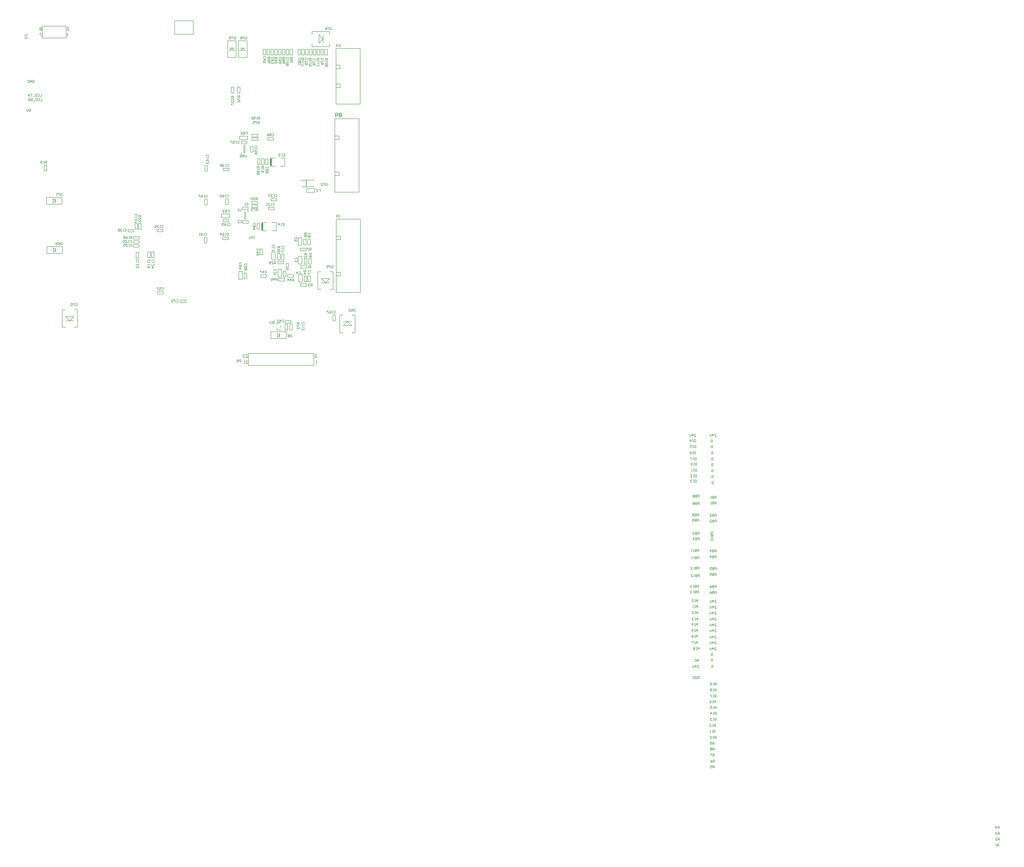
<source format=gbo>
G04*
G04 #@! TF.GenerationSoftware,Altium Limited,Altium Designer,23.10.1 (27)*
G04*
G04 Layer_Color=32896*
%FSLAX25Y25*%
%MOIN*%
G70*
G04*
G04 #@! TF.SameCoordinates,C39A602E-4AF5-4C04-9668-1E5429A84749*
G04*
G04*
G04 #@! TF.FilePolarity,Positive*
G04*
G01*
G75*
%ADD10C,0.01000*%
%ADD11C,0.00787*%
%ADD12C,0.00984*%
%ADD15C,0.00500*%
%ADD17C,0.00800*%
%ADD168C,0.00700*%
%ADD169C,0.02500*%
D10*
X536990Y427200D02*
Y433198D01*
X539989D01*
X540988Y432198D01*
Y430199D01*
X539989Y429199D01*
X536990D01*
X542988Y432198D02*
X543988Y433198D01*
X545987D01*
X546986Y432198D01*
Y431199D01*
X545987Y430199D01*
X546986Y429199D01*
Y428200D01*
X545987Y427200D01*
X543988D01*
X542988Y428200D01*
Y429199D01*
X543988Y430199D01*
X542988Y431199D01*
Y432198D01*
X543988Y430199D02*
X545987D01*
D11*
X266274Y566111D02*
Y588946D01*
X297770Y566111D02*
Y588946D01*
X266274Y566111D02*
X297770D01*
X266274Y588946D02*
X297770D01*
X500900Y8600D02*
Y28600D01*
X390900D02*
X500900D01*
X390900Y8600D02*
X500900D01*
X390900D02*
Y28600D01*
X43700Y559800D02*
Y579800D01*
X83700Y559800D02*
Y579800D01*
X43700D02*
X83700D01*
X43700Y559800D02*
X83700D01*
X384626Y367063D02*
Y378874D01*
X382658Y367063D02*
Y378874D01*
X384626D01*
X382658Y367063D02*
X384626D01*
X488229Y309400D02*
Y320400D01*
X482174Y319428D02*
Y320609D01*
X487729Y309400D02*
Y320400D01*
X482174Y309191D02*
Y310372D01*
X500284Y309191D02*
Y310372D01*
Y319428D02*
Y320609D01*
X482174Y309191D02*
X500284D01*
X482174Y320609D02*
X500284D01*
X384206Y255095D02*
Y266906D01*
X386174Y255095D02*
Y266906D01*
X384206Y255095D02*
X386174D01*
X384206Y266906D02*
X386174D01*
D12*
X379410Y365882D02*
G03*
X379410Y365882I-492J0D01*
G01*
X480107Y320018D02*
G03*
X480107Y320018I-492J0D01*
G01*
X390406Y268087D02*
G03*
X390406Y268087I-492J0D01*
G01*
D15*
X374103Y555235D02*
X388276D01*
X374103Y527282D02*
X388276D01*
X377253Y543030D02*
X385127D01*
X374103Y527282D02*
Y555235D01*
X388276Y527282D02*
Y555235D01*
X377253Y539093D02*
X385127D01*
X381190Y543030D02*
X385127Y539093D01*
X377253D02*
X381190Y543030D01*
X358753Y539093D02*
X362690Y543030D01*
X366627Y539093D01*
X358753D02*
X366627D01*
X369776Y527282D02*
Y555235D01*
X355603Y527282D02*
Y555235D01*
X358753Y543030D02*
X366627D01*
X355603Y527282D02*
X369776D01*
X355603Y555235D02*
X369776D01*
X376565Y467332D02*
Y477174D01*
X372235Y467332D02*
Y477174D01*
Y467332D02*
X376565D01*
X372235Y477174D02*
X376565D01*
X366065Y467332D02*
Y477174D01*
X361735Y467332D02*
Y477174D01*
Y467332D02*
X366065D01*
X361735Y477174D02*
X366065D01*
X536500Y334300D02*
X543400D01*
Y328500D02*
Y334300D01*
X543200Y328300D02*
X543400Y328500D01*
X536500Y328300D02*
X543200D01*
X576788Y300110D02*
Y423900D01*
X536237Y300110D02*
Y423900D01*
Y300110D02*
X576788D01*
X536237Y423890D02*
X576788D01*
X536300Y389000D02*
X543000D01*
X543200Y389200D01*
Y395000D01*
X536300D02*
X543200D01*
X536178Y93474D02*
X536965Y92687D01*
X532635D02*
X533422Y93474D01*
X532635Y84419D02*
X533422Y83631D01*
X536178D02*
X536965Y84419D01*
Y92687D01*
X533422Y83631D02*
X536178D01*
X533422Y93474D02*
X536178D01*
X532635Y84419D02*
Y92687D01*
X439292Y63337D02*
X443229Y59400D01*
X439292Y55463D02*
X443229Y59400D01*
Y55463D02*
Y63337D01*
X439292Y55463D02*
Y63337D01*
X428268Y53495D02*
X454253D01*
Y65306D01*
X428268D02*
X454253D01*
X428268Y53495D02*
Y65306D01*
X50882Y279894D02*
Y291705D01*
X76866D01*
Y279894D02*
Y291705D01*
X50882Y279894D02*
X76866D01*
X61905Y281863D02*
Y289737D01*
X65842Y281863D02*
Y289737D01*
X61905Y281863D02*
X65842Y285800D01*
X61905Y289737D02*
X65842Y285800D01*
X488742Y306284D02*
X502128D01*
X488742Y299985D02*
X502128D01*
X501143Y306284D02*
Y306284D01*
X488742Y299985D02*
Y306284D01*
X502128Y299985D02*
Y306284D01*
X538500Y226100D02*
X545400D01*
Y220300D02*
Y226100D01*
X545200Y220100D02*
X545400Y220300D01*
X538500Y220100D02*
X545200D01*
X538437Y254990D02*
X578988D01*
X538437Y131210D02*
X578988D01*
X538437D02*
Y255000D01*
X578988Y131210D02*
Y255000D01*
X538700Y159400D02*
X545400D01*
X545600Y159600D01*
Y165400D01*
X538700D02*
X545600D01*
X538000Y514400D02*
X544900D01*
Y508600D02*
Y514400D01*
X544700Y508400D02*
X544900Y508600D01*
X538000Y508400D02*
X544700D01*
X538300Y482600D02*
X545200D01*
Y476800D02*
Y482600D01*
X545000Y476600D02*
X545200Y476800D01*
X538300Y476600D02*
X545000D01*
X578588Y448410D02*
Y542190D01*
X538037Y448410D02*
Y542190D01*
Y448410D02*
X578588D01*
X538037Y542190D02*
X578588D01*
X438619Y79869D02*
X444918D01*
X438619Y68058D02*
X444918D01*
Y72191D02*
Y75735D01*
X438619Y76916D02*
Y79869D01*
Y68058D02*
Y71010D01*
X380550Y153670D02*
Y167056D01*
X374250Y153670D02*
Y167056D01*
X380550Y154654D02*
X380550D01*
X374250Y167056D02*
X380550D01*
X374250Y153670D02*
X380550D01*
X383435Y155298D02*
X384222Y154511D01*
X386978D02*
X387765Y155298D01*
X386978Y164354D02*
X387765Y163566D01*
X383435D02*
X384222Y164354D01*
X383435Y155298D02*
Y163566D01*
X384222Y164354D02*
X386978D01*
X384222Y154511D02*
X386978D01*
X387765Y155298D02*
Y163566D01*
X474950Y149828D02*
Y161246D01*
X475935Y162230D02*
X480265D01*
X481250Y149828D02*
Y161246D01*
X475935Y148844D02*
X480265D01*
X481250Y149828D01*
X474950Y149828D02*
X475935Y148844D01*
X480265Y162230D02*
X481250Y161246D01*
X474950D02*
X474950D01*
X475935Y162230D01*
X321755Y336213D02*
Y344481D01*
X318212Y335426D02*
X320968D01*
X318212Y345269D02*
X320968D01*
X317424Y336213D02*
Y344481D01*
X318212Y345269D01*
X320968D02*
X321755Y344481D01*
X320968Y335426D02*
X321755Y336213D01*
X317424D02*
X318212Y335426D01*
X412013Y156635D02*
X420281D01*
X411226Y157422D02*
Y160178D01*
X421068Y157422D02*
Y160178D01*
X412013Y160965D02*
X420281D01*
X421068Y160178D01*
X420281Y156635D02*
X421068Y157422D01*
X411226D02*
X412013Y156635D01*
X411226Y160178D02*
X412013Y160965D01*
X237813Y233535D02*
X246081D01*
X237026Y234322D02*
Y237078D01*
X246868Y234322D02*
Y237078D01*
X237813Y237865D02*
X246081D01*
X246868Y237078D01*
X246081Y233535D02*
X246868Y234322D01*
X237026D02*
X237813Y233535D01*
X237026Y237078D02*
X237813Y237865D01*
X46735Y336116D02*
Y345958D01*
X51065Y336116D02*
Y345958D01*
X46735D02*
X51065D01*
X46735Y336116D02*
X51065D01*
X423813Y387903D02*
X432081D01*
X423026Y388690D02*
Y391446D01*
X432868Y388690D02*
Y391446D01*
X423813Y392234D02*
X432081D01*
X432868Y391446D01*
X432081Y387903D02*
X432868Y388690D01*
X423026D02*
X423813Y387903D01*
X423026Y391446D02*
X423813Y392234D01*
X424913Y270535D02*
X433181D01*
X424126Y271322D02*
Y274078D01*
X433968Y271322D02*
Y274078D01*
X424913Y274865D02*
X433181D01*
X433968Y274078D01*
X433181Y270535D02*
X433968Y271322D01*
X424126D02*
X424913Y270535D01*
X424126Y274078D02*
X424913Y274865D01*
X396290Y280135D02*
X406132D01*
X396290Y284465D02*
X406132D01*
X396290Y280135D02*
Y284465D01*
X406132Y280135D02*
Y284465D01*
X379166Y386034D02*
X387434D01*
X388221Y382490D02*
Y385246D01*
X378379Y382490D02*
Y385246D01*
X379166Y381703D02*
X387434D01*
X378379Y382490D02*
X379166Y381703D01*
X378379Y385246D02*
X379166Y386034D01*
X387434D02*
X388221Y385246D01*
X387434Y381703D02*
X388221Y382490D01*
X490335Y212313D02*
Y220581D01*
X491122Y221369D02*
X493878D01*
X491122Y211526D02*
X493878D01*
X494665Y212313D02*
Y220581D01*
X493878Y211526D02*
X494665Y212313D01*
X490335D02*
X491122Y211526D01*
X490335Y220581D02*
X491122Y221369D01*
X493878D02*
X494665Y220581D01*
X478432Y176265D02*
X488274D01*
X478432Y171935D02*
X488274D01*
Y176265D01*
X478432Y171935D02*
Y176265D01*
X389172Y388419D02*
Y394718D01*
X375786Y388419D02*
Y394718D01*
X388187Y394718D02*
Y394718D01*
X375786Y388419D02*
X389172D01*
X375786Y394718D02*
X389172D01*
X348719Y340465D02*
X356987D01*
X357774Y336922D02*
Y339678D01*
X347932Y336922D02*
Y339678D01*
X348719Y336135D02*
X356987D01*
X347932Y336922D02*
X348719Y336135D01*
X347932Y339678D02*
X348719Y340465D01*
X356987D02*
X357774Y339678D01*
X356987Y336135D02*
X357774Y336922D01*
X352524Y280119D02*
Y288387D01*
X353312Y289174D02*
X356068D01*
X353312Y279332D02*
X356068D01*
X356855Y280119D02*
Y288387D01*
X356068Y279332D02*
X356855Y280119D01*
X352524D02*
X353312Y279332D01*
X352524Y288387D02*
X353312Y289174D01*
X356068D02*
X356855Y288387D01*
X348319Y224465D02*
X356587D01*
X357374Y220922D02*
Y223678D01*
X347532Y220922D02*
Y223678D01*
X348319Y220135D02*
X356587D01*
X347532Y220922D02*
X348319Y220135D01*
X347532Y223678D02*
X348319Y224465D01*
X356587D02*
X357374Y223678D01*
X356587Y220135D02*
X357374Y220922D01*
X358630Y257151D02*
Y263450D01*
X345244Y257151D02*
Y263450D01*
X357646Y263450D02*
Y263450D01*
X345244Y257151D02*
X358630D01*
X345244Y263450D02*
X358630D01*
X238313Y128435D02*
X246581D01*
X237526Y129222D02*
Y131978D01*
X247369Y129222D02*
Y131978D01*
X238313Y132765D02*
X246581D01*
X247369Y131978D01*
X246581Y128435D02*
X247369Y129222D01*
X237526D02*
X238313Y128435D01*
X237526Y131978D02*
X238313Y132765D01*
X316935Y279519D02*
Y287787D01*
X317722Y288574D02*
X320478D01*
X317722Y278731D02*
X320478D01*
X321265Y279519D02*
Y287787D01*
X320478Y278731D02*
X321265Y279519D01*
X316935D02*
X317722Y278731D01*
X316935Y287787D02*
X317722Y288574D01*
X320478D02*
X321265Y287787D01*
X316335Y215319D02*
Y223587D01*
X317122Y224374D02*
X319878D01*
X317122Y214532D02*
X319878D01*
X320665Y215319D02*
Y223587D01*
X319878Y214532D02*
X320665Y215319D01*
X316335D02*
X317122Y214532D01*
X316335Y223587D02*
X317122Y224374D01*
X319878D02*
X320665Y223587D01*
X276319Y118465D02*
X284587D01*
X285374Y114922D02*
Y117678D01*
X275532Y114922D02*
Y117678D01*
X276319Y114135D02*
X284587D01*
X275532Y114922D02*
X276319Y114135D01*
X275532Y117678D02*
X276319Y118465D01*
X284587D02*
X285374Y117678D01*
X284587Y114135D02*
X285374Y114922D01*
X227435Y190819D02*
Y199087D01*
X228222Y199874D02*
X230978D01*
X228222Y190032D02*
X230978D01*
X231765Y190819D02*
Y199087D01*
X230978Y190032D02*
X231765Y190819D01*
X227435D02*
X228222Y190032D01*
X227435Y199087D02*
X228222Y199874D01*
X230978D02*
X231765Y199087D01*
X221189Y190565D02*
Y198832D01*
X221976Y199620D02*
X224732D01*
X221976Y189777D02*
X224732D01*
X225520Y190565D02*
Y198832D01*
X224732Y189777D02*
X225520Y190565D01*
X221189D02*
X221976Y189777D01*
X221189Y198832D02*
X221976Y199620D01*
X224732D02*
X225520Y198832D01*
X201535Y189919D02*
Y198187D01*
X202322Y198974D02*
X205078D01*
X202322Y189131D02*
X205078D01*
X205865Y189919D02*
Y198187D01*
X205078Y189131D02*
X205865Y189919D01*
X201535D02*
X202322Y189131D01*
X201535Y198187D02*
X202322Y198974D01*
X205078D02*
X205865Y198187D01*
X197503Y207735D02*
X205771D01*
X196716Y208522D02*
Y211278D01*
X206558Y208522D02*
Y211278D01*
X197503Y212065D02*
X205771D01*
X206558Y211278D01*
X205771Y207735D02*
X206558Y208522D01*
X196716D02*
X197503Y207735D01*
X196716Y211278D02*
X197503Y212065D01*
X197713Y214235D02*
X205981D01*
X196926Y215022D02*
Y217778D01*
X206768Y215022D02*
Y217778D01*
X197713Y218565D02*
X205981D01*
X206768Y217778D01*
X205981Y214235D02*
X206768Y215022D01*
X196926D02*
X197713Y214235D01*
X196926Y217778D02*
X197713Y218565D01*
X196921Y221335D02*
X206764D01*
X196921Y225665D02*
X206764D01*
X196921Y221335D02*
Y225665D01*
X206764Y221335D02*
Y225665D01*
X188803Y233335D02*
X197071D01*
X188016Y234122D02*
Y236878D01*
X197858Y234122D02*
Y236878D01*
X188803Y237665D02*
X197071D01*
X197858Y236878D01*
X197071Y233335D02*
X197858Y234122D01*
X188016D02*
X188803Y233335D01*
X188016Y236878D02*
X188803Y237665D01*
X205835Y237626D02*
Y247469D01*
X210165Y237626D02*
Y247469D01*
X205835D02*
X210165D01*
X205835Y237626D02*
X210165D01*
X199624Y238619D02*
Y246887D01*
X200412Y247674D02*
X203168D01*
X200412Y237832D02*
X203168D01*
X203955Y238619D02*
Y246887D01*
X203168Y237832D02*
X203955Y238619D01*
X199624D02*
X200412Y237832D01*
X199624Y246887D02*
X200412Y247674D01*
X203168D02*
X203955Y246887D01*
X453213Y79935D02*
X461481D01*
X452426Y80722D02*
Y83478D01*
X462268Y80722D02*
Y83478D01*
X453213Y84265D02*
X461481D01*
X462268Y83478D01*
X461481Y79935D02*
X462268Y80722D01*
X452426D02*
X453213Y79935D01*
X452426Y83478D02*
X453213Y84265D01*
X464552Y68719D02*
Y76987D01*
X461009Y67931D02*
X463765D01*
X461009Y77774D02*
X463765D01*
X460221Y68719D02*
Y76987D01*
X461009Y77774D01*
X463765D02*
X464552Y76987D01*
X463765Y67931D02*
X464552Y68719D01*
X460221D02*
X461009Y67931D01*
X452221Y67931D02*
Y77774D01*
X456552Y67931D02*
Y77774D01*
X452221D02*
X456552D01*
X452221Y67931D02*
X456552D01*
X478426Y146265D02*
X488269D01*
X478426Y141935D02*
X488269D01*
Y146265D01*
X478426Y141935D02*
Y146265D01*
X490275Y150315D02*
Y158582D01*
X491062Y159370D02*
X493818D01*
X491062Y149527D02*
X493818D01*
X494605Y150315D02*
Y158582D01*
X493818Y149527D02*
X494605Y150315D01*
X490275D02*
X491062Y149527D01*
X490275Y158582D02*
X491062Y159370D01*
X493818D02*
X494605Y158582D01*
X484275Y149527D02*
Y159370D01*
X488605Y149527D02*
Y159370D01*
X484275D02*
X488605D01*
X484275Y149527D02*
X488605D01*
X456431Y157035D02*
X466274D01*
X456431Y161365D02*
X466274D01*
X456431Y157035D02*
Y161365D01*
X466274Y157035D02*
Y161365D01*
X453765Y158019D02*
Y166287D01*
X450222Y157231D02*
X452978D01*
X450222Y167074D02*
X452978D01*
X449435Y158019D02*
Y166287D01*
X450222Y167074D01*
X452978D02*
X453765Y166287D01*
X452978Y157231D02*
X453765Y158019D01*
X449435D02*
X450222Y157231D01*
X441826Y154865D02*
X451669D01*
X441826Y150535D02*
X451669D01*
Y154865D01*
X441826Y150535D02*
Y154865D01*
X440250Y169646D02*
X441235Y170630D01*
X440250Y169646D02*
X440250D01*
X445565Y170630D02*
X446550Y169646D01*
X440250Y158228D02*
X441235Y157244D01*
X445565D02*
X446550Y158228D01*
X441235Y157244D02*
X445565D01*
X446550Y158228D02*
Y169646D01*
X441235Y170630D02*
X445565D01*
X440250Y158228D02*
Y169646D01*
X414565Y195613D02*
Y203881D01*
X411022Y194826D02*
X413778D01*
X411022Y204669D02*
X413778D01*
X410235Y195613D02*
Y203881D01*
X411022Y204669D01*
X413778D02*
X414565Y203881D01*
X413778Y194826D02*
X414565Y195613D01*
X410235D02*
X411022Y194826D01*
X492085Y179702D02*
Y187970D01*
X492872Y188757D02*
X495628D01*
X492872Y178915D02*
X495628D01*
X496416Y179702D02*
Y187970D01*
X495628Y178915D02*
X496416Y179702D01*
X492085D02*
X492872Y178915D01*
X492085Y187970D02*
X492872Y188757D01*
X495628D02*
X496416Y187970D01*
X484585Y179009D02*
Y188852D01*
X488916Y179009D02*
Y188852D01*
X484585D02*
X488916D01*
X484585Y179009D02*
X488916D01*
X440031Y179535D02*
X449874D01*
X440031Y183865D02*
X449874D01*
X440031Y179535D02*
Y183865D01*
X449874Y179535D02*
Y183865D01*
X446235Y187319D02*
Y195587D01*
X447022Y196374D02*
X449778D01*
X447022Y186531D02*
X449778D01*
X450565Y187319D02*
Y195587D01*
X449778Y186531D02*
X450565Y187319D01*
X446235D02*
X447022Y186531D01*
X446235Y195587D02*
X447022Y196374D01*
X449778D02*
X450565Y195587D01*
X439735Y186626D02*
Y196468D01*
X444065Y186626D02*
Y196468D01*
X439735D02*
X444065D01*
X439735Y186626D02*
X444065D01*
X429450Y198246D02*
X430435Y199230D01*
X429450Y198246D02*
X429450D01*
X434765Y199230D02*
X435750Y198246D01*
X429450Y186828D02*
X430435Y185844D01*
X434765D02*
X435750Y186828D01*
X430435Y185844D02*
X434765D01*
X435750Y186828D02*
Y198246D01*
X430435Y199230D02*
X434765D01*
X429450Y186828D02*
Y198246D01*
X477826Y205865D02*
X487669D01*
X477826Y201535D02*
X487669D01*
Y205865D01*
X477826Y201535D02*
Y205865D01*
X483435Y211531D02*
Y221374D01*
X487765Y211531D02*
Y221374D01*
X483435D02*
X487765D01*
X483435Y211531D02*
X487765D01*
X474250Y223046D02*
X475235Y224030D01*
X474250Y223046D02*
X474250D01*
X479565Y224030D02*
X480550Y223046D01*
X474250Y211628D02*
X475235Y210644D01*
X479565D02*
X480550Y211628D01*
X475235Y210644D02*
X479565D01*
X480550Y211628D02*
Y223046D01*
X475235Y224030D02*
X479565D01*
X474250Y211628D02*
Y223046D01*
X409424Y238713D02*
Y246981D01*
X405880Y237926D02*
X408636D01*
X405880Y247769D02*
X408636D01*
X405093Y238713D02*
Y246981D01*
X405880Y247769D01*
X408636D02*
X409424Y246981D01*
X408636Y237926D02*
X409424Y238713D01*
X405093D02*
X405880Y237926D01*
X381603Y247835D02*
X389871D01*
X380816Y248622D02*
Y251378D01*
X390658Y248622D02*
Y251378D01*
X381603Y252165D02*
X389871D01*
X390658Y251378D01*
X389871Y247835D02*
X390658Y248622D01*
X380816D02*
X381603Y247835D01*
X380816Y251378D02*
X381603Y252165D01*
X396290Y274135D02*
X406132D01*
X396290Y278465D02*
X406132D01*
X396290Y274135D02*
Y278465D01*
X406132Y274135D02*
Y278465D01*
X348819Y254465D02*
X357087D01*
X357874Y250922D02*
Y253678D01*
X348031Y250922D02*
Y253678D01*
X348819Y250135D02*
X357087D01*
X348031Y250922D02*
X348819Y250135D01*
X348031Y253678D02*
X348819Y254465D01*
X357087D02*
X357874Y253678D01*
X357087Y250135D02*
X357874Y250922D01*
X429172Y285635D02*
X437439D01*
X428384Y286422D02*
Y289178D01*
X438227Y286422D02*
Y289178D01*
X429172Y289965D02*
X437439D01*
X438227Y289178D01*
X437439Y285635D02*
X438227Y286422D01*
X428384D02*
X429172Y285635D01*
X428384Y289178D02*
X429172Y289965D01*
X419035Y347219D02*
Y355487D01*
X419822Y356274D02*
X422578D01*
X419822Y346431D02*
X422578D01*
X423365Y347219D02*
Y355487D01*
X422578Y346431D02*
X423365Y347219D01*
X419035D02*
X419822Y346431D01*
X419035Y355487D02*
X419822Y356274D01*
X422578D02*
X423365Y355487D01*
X417065Y346600D02*
Y356442D01*
X412735Y346600D02*
Y356442D01*
Y346600D02*
X417065D01*
X412735Y356442D02*
X417065D01*
X410065Y346600D02*
Y356442D01*
X405735Y346600D02*
Y356442D01*
Y346600D02*
X410065D01*
X405735Y356442D02*
X410065D01*
X396431Y387403D02*
X406274D01*
X396431Y391734D02*
X406274D01*
X396431Y387403D02*
Y391734D01*
X406274Y387403D02*
Y391734D01*
X396431Y393403D02*
X406274D01*
X396431Y397734D02*
X406274D01*
X396431Y393403D02*
Y397734D01*
X406274Y393403D02*
Y397734D01*
X393976Y368287D02*
Y376555D01*
X394764Y377343D02*
X397520D01*
X394764Y367500D02*
X397520D01*
X398307Y368287D02*
Y376555D01*
X397520Y367500D02*
X398307Y368287D01*
X393976D02*
X394764Y367500D01*
X393976Y376555D02*
X394764Y377343D01*
X397520D02*
X398307Y376555D01*
X523365Y531226D02*
Y541069D01*
X519035Y531226D02*
Y541069D01*
Y531226D02*
X523365D01*
X519035Y541069D02*
X523365D01*
X516937Y532013D02*
Y540281D01*
X513393Y531226D02*
X516149D01*
X513393Y541069D02*
X516149D01*
X512606Y532013D02*
Y540281D01*
X513393Y541069D01*
X516149D02*
X516937Y540281D01*
X516149Y531226D02*
X516937Y532013D01*
X512606D02*
X513393Y531226D01*
X510508Y531226D02*
Y541069D01*
X506178Y531226D02*
Y541069D01*
Y531226D02*
X510508D01*
X506178Y541069D02*
X510508D01*
X504080Y532013D02*
Y540281D01*
X500536Y531226D02*
X503292D01*
X500536Y541069D02*
X503292D01*
X499749Y532013D02*
Y540281D01*
X500536Y541069D01*
X503292D02*
X504080Y540281D01*
X503292Y531226D02*
X504080Y532013D01*
X499749D02*
X500536Y531226D01*
X497651Y531226D02*
Y541069D01*
X493320Y531226D02*
Y541069D01*
Y531226D02*
X497651D01*
X493320Y541069D02*
X497651D01*
X491222Y532013D02*
Y540281D01*
X487679Y531226D02*
X490435D01*
X487679Y541069D02*
X490435D01*
X486892Y532013D02*
Y540281D01*
X487679Y541069D01*
X490435D02*
X491222Y540281D01*
X490435Y531226D02*
X491222Y532013D01*
X486892D02*
X487679Y531226D01*
X484794Y531226D02*
Y541069D01*
X480463Y531226D02*
Y541069D01*
Y531226D02*
X484794D01*
X480463Y541069D02*
X484794D01*
X478365Y532013D02*
Y540281D01*
X474822Y531226D02*
X477578D01*
X474822Y541069D02*
X477578D01*
X474035Y532013D02*
Y540281D01*
X474822Y541069D01*
X477578D02*
X478365Y540281D01*
X477578Y531226D02*
X478365Y532013D01*
X474035D02*
X474822Y531226D01*
X464865Y531226D02*
Y541069D01*
X460535Y531226D02*
Y541069D01*
Y531226D02*
X464865D01*
X460535Y541069D02*
X464865D01*
X458423Y532013D02*
Y540281D01*
X454879Y531226D02*
X457635D01*
X454879Y541069D02*
X457635D01*
X454092Y532013D02*
Y540281D01*
X454879Y541069D01*
X457635D02*
X458423Y540281D01*
X457635Y531226D02*
X458423Y532013D01*
X454092D02*
X454879Y531226D01*
X451980Y531226D02*
Y541069D01*
X447649Y531226D02*
Y541069D01*
Y531226D02*
X451980D01*
X447649Y541069D02*
X451980D01*
X445537Y532013D02*
Y540281D01*
X441994Y531226D02*
X444749D01*
X441994Y541069D02*
X444749D01*
X441206Y532013D02*
Y540281D01*
X441994Y541069D01*
X444749D02*
X445537Y540281D01*
X444749Y531226D02*
X445537Y532013D01*
X441206D02*
X441994Y531226D01*
X439094Y531226D02*
Y541069D01*
X434763Y531226D02*
Y541069D01*
Y531226D02*
X439094D01*
X434763Y541069D02*
X439094D01*
X432651Y532013D02*
Y540281D01*
X429108Y531226D02*
X431864D01*
X429108Y541069D02*
X431864D01*
X428320Y532013D02*
Y540281D01*
X429108Y541069D01*
X431864D02*
X432651Y540281D01*
X431864Y531226D02*
X432651Y532013D01*
X428320D02*
X429108Y531226D01*
X426208Y531226D02*
Y541069D01*
X421877Y531226D02*
Y541069D01*
Y531226D02*
X426208D01*
X421877Y541069D02*
X426208D01*
X419765Y532013D02*
Y540281D01*
X416222Y531226D02*
X418978D01*
X416222Y541069D02*
X418978D01*
X415435Y532013D02*
Y540281D01*
X416222Y541069D01*
X418978D02*
X419765Y540281D01*
X418978Y531226D02*
X419765Y532013D01*
X415435D02*
X416222Y531226D01*
X389276Y270835D02*
X390064Y271622D01*
X389276Y275165D02*
X390064Y274378D01*
X380221D02*
X381009Y275165D01*
X380221Y271622D02*
X381009Y270835D01*
X389276D01*
X380221Y271622D02*
Y274378D01*
X390064Y271622D02*
Y274378D01*
X381009Y275165D02*
X389276D01*
X474550Y179928D02*
Y191346D01*
X475535Y192330D02*
X479865D01*
X480850Y179928D02*
Y191346D01*
X475535Y178944D02*
X479865D01*
X480850Y179928D01*
X474550Y179928D02*
X475535Y178944D01*
X479865Y192330D02*
X480850Y191346D01*
X474550D02*
X474550D01*
X475535Y192330D01*
X51272Y196895D02*
Y208705D01*
X77256D01*
Y196895D02*
Y208705D01*
X51272Y196895D02*
X77256D01*
X62295Y198863D02*
Y206737D01*
X66232Y198863D02*
Y206737D01*
X62295Y198863D02*
X66232Y202800D01*
X62295Y206737D02*
X66232Y202800D01*
X387990Y561999D02*
Y558000D01*
X385990D01*
X385324Y558667D01*
Y561332D01*
X385990Y561999D01*
X387990D01*
X383991D02*
X381325D01*
Y561332D01*
X383991Y558667D01*
Y558000D01*
X379992Y561332D02*
X379326Y561999D01*
X377993D01*
X377326Y561332D01*
Y560666D01*
X377993Y559999D01*
X377326Y559333D01*
Y558667D01*
X377993Y558000D01*
X379326D01*
X379992Y558667D01*
Y559333D01*
X379326Y559999D01*
X379992Y560666D01*
Y561332D01*
X379326Y559999D02*
X377993D01*
X369490Y561999D02*
Y558000D01*
X367490D01*
X366824Y558667D01*
Y561332D01*
X367490Y561999D01*
X369490D01*
X365491D02*
X362825D01*
Y561332D01*
X365491Y558667D01*
Y558000D01*
X361492Y558667D02*
X360826Y558000D01*
X359493D01*
X358826Y558667D01*
Y561332D01*
X359493Y561999D01*
X360826D01*
X361492Y561332D01*
Y560666D01*
X360826Y559999D01*
X358826D01*
X376478Y462410D02*
X372479D01*
Y460411D01*
X373146Y459744D01*
X374479D01*
X375145Y460411D01*
Y462410D01*
Y461077D02*
X376478Y459744D01*
X372479Y458412D02*
Y455746D01*
X373146D01*
X375812Y458412D01*
X376478D01*
X372479Y451747D02*
X373146Y453080D01*
X374479Y454413D01*
X375812D01*
X376478Y453746D01*
Y452413D01*
X375812Y451747D01*
X375145D01*
X374479Y452413D01*
Y454413D01*
X365702Y461998D02*
X361704D01*
Y459998D01*
X362370Y459332D01*
X363703D01*
X364370Y459998D01*
Y461998D01*
Y460665D02*
X365702Y459332D01*
Y455333D02*
Y457999D01*
X363037Y455333D01*
X362370D01*
X361704Y456000D01*
Y457333D01*
X362370Y457999D01*
X365702Y451334D02*
Y454000D01*
X363037Y451334D01*
X362370D01*
X361704Y452001D01*
Y453334D01*
X362370Y454000D01*
X361704Y450001D02*
Y447336D01*
X362370D01*
X365036Y450001D01*
X365702D01*
X377800Y13800D02*
Y17799D01*
X375801D01*
X375134Y17132D01*
Y15799D01*
X375801Y15133D01*
X377800D01*
X371135Y17799D02*
X373801D01*
Y15799D01*
X372468Y16466D01*
X371802D01*
X371135Y15799D01*
Y14467D01*
X371802Y13800D01*
X373135D01*
X373801Y14467D01*
X534024Y99532D02*
X534690Y100199D01*
X536023D01*
X536690Y99532D01*
Y96867D01*
X536023Y96200D01*
X534690D01*
X534024Y96867D01*
X532691Y96200D02*
X531358D01*
X532025D01*
Y100199D01*
X532691Y99532D01*
X526693Y100199D02*
X528026Y99532D01*
X529359Y98199D01*
Y96867D01*
X528692Y96200D01*
X527359D01*
X526693Y96867D01*
Y97533D01*
X527359Y98199D01*
X529359D01*
X525360Y100199D02*
X522694D01*
Y99532D01*
X525360Y96867D01*
Y96200D01*
X463597Y60099D02*
Y56100D01*
X461597D01*
X460931Y56766D01*
Y59432D01*
X461597Y60099D01*
X463597D01*
X459598Y59432D02*
X458932Y60099D01*
X457599D01*
X456932Y59432D01*
Y58766D01*
X457599Y58099D01*
X456932Y57433D01*
Y56766D01*
X457599Y56100D01*
X458932D01*
X459598Y56766D01*
Y57433D01*
X458932Y58099D01*
X459598Y58766D01*
Y59432D01*
X458932Y58099D02*
X457599D01*
X76590Y298499D02*
Y294500D01*
X74590D01*
X73924Y295166D01*
Y297832D01*
X74590Y298499D01*
X76590D01*
X72591D02*
X69925D01*
Y297832D01*
X72591Y295166D01*
Y294500D01*
X68592D02*
X67259D01*
X67926D01*
Y298499D01*
X68592Y297832D01*
X532990Y176699D02*
Y172700D01*
X530990D01*
X530324Y173366D01*
Y176032D01*
X530990Y176699D01*
X532990D01*
X528991D02*
X526325D01*
Y176032D01*
X528991Y173366D01*
Y172700D01*
X522327Y176699D02*
X524992D01*
Y174699D01*
X523659Y175366D01*
X522993D01*
X522327Y174699D01*
Y173366D01*
X522993Y172700D01*
X524326D01*
X524992Y173366D01*
X530390Y577799D02*
Y573800D01*
X528390D01*
X527724Y574467D01*
Y577132D01*
X528390Y577799D01*
X530390D01*
X526391D02*
X523725D01*
Y577132D01*
X526391Y574467D01*
Y573800D01*
X519727Y577799D02*
X521059Y577132D01*
X522392Y575799D01*
Y574467D01*
X521726Y573800D01*
X520393D01*
X519727Y574467D01*
Y575133D01*
X520393Y575799D01*
X522392D01*
X447934Y247799D02*
X450600D01*
Y243800D01*
X447934D01*
X450600Y245799D02*
X449267D01*
X446601Y243800D02*
X445268D01*
X445935D01*
Y247799D01*
X446601Y247132D01*
X441270Y243800D02*
Y247799D01*
X443269Y245799D01*
X440603D01*
X509042Y304833D02*
X511708D01*
Y302834D01*
X510375D01*
X511708D01*
Y300835D01*
X505043D02*
X507709D01*
X505043Y303501D01*
Y304167D01*
X505710Y304833D01*
X507043D01*
X507709Y304167D01*
X538690Y257800D02*
Y261799D01*
X540689D01*
X541356Y261132D01*
Y259799D01*
X540689Y259133D01*
X538690D01*
X542689Y257800D02*
X544021D01*
X543355D01*
Y261799D01*
X542689Y261132D01*
X538290Y544900D02*
Y548899D01*
X540289D01*
X540956Y548232D01*
Y546899D01*
X540289Y546233D01*
X538290D01*
X542288Y548232D02*
X542955Y548899D01*
X544288D01*
X544954Y548232D01*
Y547566D01*
X544288Y546899D01*
X543621D01*
X544288D01*
X544954Y546233D01*
Y545567D01*
X544288Y544900D01*
X542955D01*
X542288Y545567D01*
X13700Y559300D02*
X17699D01*
Y561299D01*
X17032Y561966D01*
X15699D01*
X15033Y561299D01*
Y559300D01*
X17699Y563299D02*
Y565965D01*
X17032D01*
X14367Y563299D01*
X13700D01*
X432221Y79728D02*
Y82394D01*
X432887Y83060D01*
X434220D01*
X434887Y82394D01*
Y79728D01*
X434220Y79061D01*
X432887D01*
X433554Y80394D02*
X432221Y79061D01*
X432887D02*
X432221Y79728D01*
X430888Y79061D02*
X429555D01*
X430222D01*
Y83060D01*
X430888Y82394D01*
X427556Y79061D02*
X426223D01*
X426889D01*
Y83060D01*
X427556Y82394D01*
X387042Y363380D02*
Y360048D01*
X386375Y359382D01*
X385042D01*
X384376Y360048D01*
Y363380D01*
X380377D02*
X383043D01*
Y361381D01*
X381710Y362047D01*
X381044D01*
X380377Y361381D01*
Y360048D01*
X381044Y359382D01*
X382377D01*
X383043Y360048D01*
X376378Y363380D02*
X377711Y362714D01*
X379044Y361381D01*
Y360048D01*
X378378Y359382D01*
X377045D01*
X376378Y360048D01*
Y360714D01*
X377045Y361381D01*
X379044D01*
X523376Y315199D02*
Y311200D01*
X521377D01*
X520711Y311866D01*
Y314532D01*
X521377Y315199D01*
X523376D01*
X519378D02*
X516712D01*
Y314532D01*
X519378Y311866D01*
Y311200D01*
X512713D02*
X515379D01*
X512713Y313866D01*
Y314532D01*
X513380Y315199D01*
X514712D01*
X515379Y314532D01*
X375101Y178434D02*
Y181100D01*
X377101D01*
Y179767D01*
Y181100D01*
X379100D01*
X375101Y177101D02*
X379100D01*
Y175102D01*
X378434Y174435D01*
X377767D01*
X377101Y175102D01*
Y177101D01*
Y175102D01*
X376434Y174435D01*
X375768D01*
X375101Y175102D01*
Y177101D01*
X379100Y171103D02*
X375101D01*
X377101Y173103D01*
Y170437D01*
X384668Y176834D02*
X384001Y177501D01*
Y178833D01*
X384668Y179500D01*
X387334D01*
X388000Y178833D01*
Y177501D01*
X387334Y176834D01*
X384001Y172836D02*
Y175501D01*
X386001D01*
X385334Y174168D01*
Y173502D01*
X386001Y172836D01*
X387334D01*
X388000Y173502D01*
Y174835D01*
X387334Y175501D01*
X384668Y171503D02*
X384001Y170836D01*
Y169503D01*
X384668Y168837D01*
X385334D01*
X386001Y169503D01*
X386667Y168837D01*
X387334D01*
X388000Y169503D01*
Y170836D01*
X387334Y171503D01*
X386667D01*
X386001Y170836D01*
X385334Y171503D01*
X384668D01*
X386001Y170836D02*
Y169503D01*
X475434Y165562D02*
X476101Y166229D01*
X477433D01*
X478100Y165562D01*
Y162896D01*
X477433Y162230D01*
X476101D01*
X475434Y162896D01*
X472102Y162230D02*
Y166229D01*
X474101Y164229D01*
X471435D01*
X401300Y225599D02*
X398634D01*
X399967D01*
Y221600D01*
X397301D02*
Y225599D01*
X395302D01*
X394636Y224932D01*
Y223599D01*
X395302Y222933D01*
X397301D01*
X393303Y221600D02*
X391970D01*
X392636D01*
Y225599D01*
X393303Y224932D01*
X21426Y440029D02*
X24092D01*
Y438030D01*
X22759Y438696D01*
X22093D01*
X21426Y438030D01*
Y436697D01*
X22093Y436031D01*
X23426D01*
X24092Y436697D01*
X20093Y440029D02*
Y437364D01*
X18760Y436031D01*
X17427Y437364D01*
Y440029D01*
X43100Y457999D02*
Y454000D01*
X40434D01*
X36435Y457332D02*
X37102Y457999D01*
X38435D01*
X39101Y457332D01*
Y454666D01*
X38435Y454000D01*
X37102D01*
X36435Y454666D01*
X35103Y457999D02*
Y454000D01*
X33103D01*
X32437Y454666D01*
Y457332D01*
X33103Y457999D01*
X35103D01*
X31104Y453334D02*
X28438D01*
X27105Y454000D02*
Y457999D01*
X25106D01*
X24439Y457332D01*
Y455999D01*
X25106Y455333D01*
X27105D01*
X25772D02*
X24439Y454000D01*
X23107Y457999D02*
X20441Y454000D01*
Y457999D02*
X23107Y454000D01*
X42500Y465699D02*
Y461700D01*
X39834D01*
X35835Y465032D02*
X36502Y465699D01*
X37835D01*
X38501Y465032D01*
Y462366D01*
X37835Y461700D01*
X36502D01*
X35835Y462366D01*
X34503Y465699D02*
Y461700D01*
X32503D01*
X31837Y462366D01*
Y465032D01*
X32503Y465699D01*
X34503D01*
X30504Y461034D02*
X27838D01*
X26505Y465699D02*
X23839D01*
X25172D01*
Y461700D01*
X22506Y465699D02*
X19841Y461700D01*
Y465699D02*
X22506Y461700D01*
X27234Y488132D02*
X27901Y488799D01*
X29234D01*
X29900Y488132D01*
Y485466D01*
X29234Y484800D01*
X27901D01*
X27234Y485466D01*
Y486799D01*
X28567D01*
X25901Y484800D02*
Y488799D01*
X23235Y484800D01*
Y488799D01*
X21903D02*
Y484800D01*
X19903D01*
X19237Y485466D01*
Y488132D01*
X19903Y488799D01*
X21903D01*
X1141234Y-111300D02*
X1143900D01*
X1141234Y-108634D01*
Y-107968D01*
X1141901Y-107301D01*
X1143233D01*
X1143900Y-107968D01*
X1137902Y-111300D02*
Y-107301D01*
X1139901Y-109301D01*
X1137236D01*
X1135903Y-107301D02*
Y-109967D01*
X1134570Y-111300D01*
X1133237Y-109967D01*
Y-107301D01*
X1175422Y-111200D02*
X1178088D01*
X1175422Y-108534D01*
Y-107868D01*
X1176089Y-107201D01*
X1177422D01*
X1178088Y-107868D01*
X1172090Y-111200D02*
Y-107201D01*
X1174090Y-109201D01*
X1171424D01*
X1170091Y-107201D02*
Y-109867D01*
X1168758Y-111200D01*
X1167425Y-109867D01*
Y-107201D01*
X1169034Y-117568D02*
X1169701Y-116901D01*
X1171033D01*
X1171700Y-117568D01*
Y-120234D01*
X1171033Y-120900D01*
X1169701D01*
X1169034Y-120234D01*
Y-118901D01*
X1170367D01*
X1169434Y-127168D02*
X1170101Y-126501D01*
X1171434D01*
X1172100Y-127168D01*
Y-129833D01*
X1171434Y-130500D01*
X1170101D01*
X1169434Y-129833D01*
Y-128501D01*
X1170767D01*
X1170034Y-137368D02*
X1170701Y-136701D01*
X1172034D01*
X1172700Y-137368D01*
Y-140033D01*
X1172034Y-140700D01*
X1170701D01*
X1170034Y-140033D01*
Y-138701D01*
X1171367D01*
X1170134Y-147868D02*
X1170801Y-147201D01*
X1172134D01*
X1172800Y-147868D01*
Y-150533D01*
X1172134Y-151200D01*
X1170801D01*
X1170134Y-150533D01*
Y-149201D01*
X1171467D01*
X1170134Y-157568D02*
X1170801Y-156901D01*
X1172134D01*
X1172800Y-157568D01*
Y-160233D01*
X1172134Y-160900D01*
X1170801D01*
X1170134Y-160233D01*
Y-158901D01*
X1171467D01*
X1170234Y-167368D02*
X1170901Y-166701D01*
X1172233D01*
X1172900Y-167368D01*
Y-170034D01*
X1172233Y-170700D01*
X1170901D01*
X1170234Y-170034D01*
Y-168701D01*
X1171567D01*
X1170434Y-177268D02*
X1171101Y-176601D01*
X1172433D01*
X1173100Y-177268D01*
Y-179934D01*
X1172433Y-180600D01*
X1171101D01*
X1170434Y-179934D01*
Y-178601D01*
X1171767D01*
X1170734Y-187668D02*
X1171401Y-187001D01*
X1172733D01*
X1173400Y-187668D01*
Y-190333D01*
X1172733Y-191000D01*
X1171401D01*
X1170734Y-190333D01*
Y-189001D01*
X1172067D01*
X1145400Y-155901D02*
Y-159900D01*
X1143401D01*
X1142734Y-159233D01*
Y-156568D01*
X1143401Y-155901D01*
X1145400D01*
X1141401D02*
X1140068D01*
X1140735D01*
Y-159900D01*
X1141401D01*
X1140068D01*
X1138069Y-156568D02*
X1137403Y-155901D01*
X1136070D01*
X1135403Y-156568D01*
Y-159233D01*
X1136070Y-159900D01*
X1137403D01*
X1138069Y-159233D01*
Y-156568D01*
X1145000Y-166201D02*
Y-170200D01*
X1143001D01*
X1142334Y-169534D01*
Y-166868D01*
X1143001Y-166201D01*
X1145000D01*
X1141001D02*
X1139668D01*
X1140335D01*
Y-170200D01*
X1141001D01*
X1139668D01*
X1137669D02*
X1136336D01*
X1137003D01*
Y-166201D01*
X1137669Y-166868D01*
X1145000Y-175601D02*
Y-179600D01*
X1143001D01*
X1142334Y-178934D01*
Y-176268D01*
X1143001Y-175601D01*
X1145000D01*
X1141001D02*
X1139668D01*
X1140335D01*
Y-179600D01*
X1141001D01*
X1139668D01*
X1135003D02*
X1137669D01*
X1135003Y-176934D01*
Y-176268D01*
X1135670Y-175601D01*
X1137003D01*
X1137669Y-176268D01*
X1144900Y-184401D02*
Y-188400D01*
X1142901D01*
X1142234Y-187733D01*
Y-185068D01*
X1142901Y-184401D01*
X1144900D01*
X1140901D02*
X1139568D01*
X1140235D01*
Y-188400D01*
X1140901D01*
X1139568D01*
X1137569Y-185068D02*
X1136903Y-184401D01*
X1135570D01*
X1134903Y-185068D01*
Y-185734D01*
X1135570Y-186401D01*
X1136236D01*
X1135570D01*
X1134903Y-187067D01*
Y-187733D01*
X1135570Y-188400D01*
X1136903D01*
X1137569Y-187733D01*
X1143300Y-116301D02*
Y-120300D01*
X1141301D01*
X1140634Y-119633D01*
Y-116968D01*
X1141301Y-116301D01*
X1143300D01*
X1139301D02*
X1137968D01*
X1138635D01*
Y-120300D01*
X1139301D01*
X1137968D01*
X1133970D02*
Y-116301D01*
X1135969Y-118301D01*
X1133303D01*
X1143700Y-126001D02*
Y-130000D01*
X1141701D01*
X1141034Y-129333D01*
Y-126668D01*
X1141701Y-126001D01*
X1143700D01*
X1139701D02*
X1138368D01*
X1139035D01*
Y-130000D01*
X1139701D01*
X1138368D01*
X1133703Y-126001D02*
X1136369D01*
Y-128001D01*
X1135036Y-127334D01*
X1134370D01*
X1133703Y-128001D01*
Y-129333D01*
X1134370Y-130000D01*
X1135703D01*
X1136369Y-129333D01*
X1143400Y-136701D02*
Y-140700D01*
X1141401D01*
X1140734Y-140033D01*
Y-137368D01*
X1141401Y-136701D01*
X1143400D01*
X1139401D02*
X1138068D01*
X1138735D01*
Y-140700D01*
X1139401D01*
X1138068D01*
X1133403Y-136701D02*
X1134736Y-137368D01*
X1136069Y-138701D01*
Y-140033D01*
X1135403Y-140700D01*
X1134070D01*
X1133403Y-140033D01*
Y-139367D01*
X1134070Y-138701D01*
X1136069D01*
X1144900Y-146601D02*
Y-150600D01*
X1142901D01*
X1142234Y-149934D01*
Y-147268D01*
X1142901Y-146601D01*
X1144900D01*
X1140901D02*
X1139568D01*
X1140235D01*
Y-150600D01*
X1140901D01*
X1139568D01*
X1137569Y-146601D02*
X1134903D01*
Y-147268D01*
X1137569Y-149934D01*
Y-150600D01*
X1177988Y-215900D02*
Y-211901D01*
X1175989D01*
X1175322Y-212568D01*
Y-213901D01*
X1175989Y-214567D01*
X1177988D01*
X1173989Y-211901D02*
Y-215900D01*
X1171990D01*
X1171324Y-215233D01*
Y-214567D01*
X1171990Y-213901D01*
X1173989D01*
X1171990D01*
X1171324Y-213234D01*
Y-212568D01*
X1171990Y-211901D01*
X1173989D01*
X1169991Y-215900D02*
X1168658D01*
X1169324D01*
Y-211901D01*
X1169991Y-212568D01*
X1177988Y-225500D02*
Y-221501D01*
X1175989D01*
X1175322Y-222168D01*
Y-223501D01*
X1175989Y-224167D01*
X1177988D01*
X1173989Y-221501D02*
Y-225500D01*
X1171990D01*
X1171324Y-224833D01*
Y-224167D01*
X1171990Y-223501D01*
X1173989D01*
X1171990D01*
X1171324Y-222834D01*
Y-222168D01*
X1171990Y-221501D01*
X1173989D01*
X1169991Y-225500D02*
X1168658D01*
X1169324D01*
Y-221501D01*
X1169991Y-222168D01*
X1177988Y-246100D02*
Y-242101D01*
X1175989D01*
X1175322Y-242768D01*
Y-244101D01*
X1175989Y-244767D01*
X1177988D01*
X1173989Y-242101D02*
Y-246100D01*
X1171990D01*
X1171324Y-245433D01*
Y-244767D01*
X1171990Y-244101D01*
X1173989D01*
X1171990D01*
X1171324Y-243434D01*
Y-242768D01*
X1171990Y-242101D01*
X1173989D01*
X1167325Y-246100D02*
X1169991D01*
X1167325Y-243434D01*
Y-242768D01*
X1167991Y-242101D01*
X1169324D01*
X1169991Y-242768D01*
X1177988Y-255700D02*
Y-251701D01*
X1175989D01*
X1175322Y-252368D01*
Y-253701D01*
X1175989Y-254367D01*
X1177988D01*
X1173989Y-251701D02*
Y-255700D01*
X1171990D01*
X1171324Y-255033D01*
Y-254367D01*
X1171990Y-253701D01*
X1173989D01*
X1171990D01*
X1171324Y-253034D01*
Y-252368D01*
X1171990Y-251701D01*
X1173989D01*
X1167325Y-255700D02*
X1169991D01*
X1167325Y-253034D01*
Y-252368D01*
X1167991Y-251701D01*
X1169324D01*
X1169991Y-252368D01*
X1149300Y-276500D02*
Y-272501D01*
X1147301D01*
X1146634Y-273168D01*
Y-274501D01*
X1147301Y-275167D01*
X1149300D01*
X1145301Y-272501D02*
Y-276500D01*
X1143302D01*
X1142636Y-275834D01*
Y-275167D01*
X1143302Y-274501D01*
X1145301D01*
X1143302D01*
X1142636Y-273834D01*
Y-273168D01*
X1143302Y-272501D01*
X1145301D01*
X1141303Y-273168D02*
X1140636Y-272501D01*
X1139303D01*
X1138637Y-273168D01*
Y-273834D01*
X1139303Y-274501D01*
X1139970D01*
X1139303D01*
X1138637Y-275167D01*
Y-275834D01*
X1139303Y-276500D01*
X1140636D01*
X1141303Y-275834D01*
X1149600Y-285700D02*
Y-281701D01*
X1147601D01*
X1146934Y-282368D01*
Y-283701D01*
X1147601Y-284367D01*
X1149600D01*
X1145601Y-281701D02*
Y-285700D01*
X1143602D01*
X1142935Y-285033D01*
Y-284367D01*
X1143602Y-283701D01*
X1145601D01*
X1143602D01*
X1142935Y-283034D01*
Y-282368D01*
X1143602Y-281701D01*
X1145601D01*
X1141603Y-282368D02*
X1140936Y-281701D01*
X1139603D01*
X1138937Y-282368D01*
Y-283034D01*
X1139603Y-283701D01*
X1140270D01*
X1139603D01*
X1138937Y-284367D01*
Y-285033D01*
X1139603Y-285700D01*
X1140936D01*
X1141603Y-285033D01*
X1177988Y-376100D02*
Y-372101D01*
X1175989D01*
X1175322Y-372768D01*
Y-374101D01*
X1175989Y-374767D01*
X1177988D01*
X1173989Y-372101D02*
Y-376100D01*
X1171990D01*
X1171324Y-375433D01*
Y-374767D01*
X1171990Y-374101D01*
X1173989D01*
X1171990D01*
X1171324Y-373434D01*
Y-372768D01*
X1171990Y-372101D01*
X1173989D01*
X1167325D02*
X1168658Y-372768D01*
X1169991Y-374101D01*
Y-375433D01*
X1169324Y-376100D01*
X1167991D01*
X1167325Y-375433D01*
Y-374767D01*
X1167991Y-374101D01*
X1169991D01*
X1177988Y-366200D02*
Y-362201D01*
X1175989D01*
X1175322Y-362868D01*
Y-364201D01*
X1175989Y-364867D01*
X1177988D01*
X1173989Y-362201D02*
Y-366200D01*
X1171990D01*
X1171324Y-365533D01*
Y-364867D01*
X1171990Y-364201D01*
X1173989D01*
X1171990D01*
X1171324Y-363534D01*
Y-362868D01*
X1171990Y-362201D01*
X1173989D01*
X1167325D02*
X1168658Y-362868D01*
X1169991Y-364201D01*
Y-365533D01*
X1169324Y-366200D01*
X1167991D01*
X1167325Y-365533D01*
Y-364867D01*
X1167991Y-364201D01*
X1169991D01*
X1148800Y-375200D02*
Y-371201D01*
X1146801D01*
X1146134Y-371868D01*
Y-373201D01*
X1146801Y-373867D01*
X1148800D01*
X1144801Y-371201D02*
Y-375200D01*
X1142802D01*
X1142136Y-374534D01*
Y-373867D01*
X1142802Y-373201D01*
X1144801D01*
X1142802D01*
X1142136Y-372534D01*
Y-371868D01*
X1142802Y-371201D01*
X1144801D01*
X1140803Y-375200D02*
X1139470D01*
X1140136D01*
Y-371201D01*
X1140803Y-371868D01*
X1137470D02*
X1136804Y-371201D01*
X1135471D01*
X1134805Y-371868D01*
Y-372534D01*
X1135471Y-373201D01*
X1136137D01*
X1135471D01*
X1134805Y-373867D01*
Y-374534D01*
X1135471Y-375200D01*
X1136804D01*
X1137470Y-374534D01*
X1148800Y-365800D02*
Y-361801D01*
X1146801D01*
X1146134Y-362468D01*
Y-363801D01*
X1146801Y-364467D01*
X1148800D01*
X1144801Y-361801D02*
Y-365800D01*
X1142802D01*
X1142136Y-365134D01*
Y-364467D01*
X1142802Y-363801D01*
X1144801D01*
X1142802D01*
X1142136Y-363134D01*
Y-362468D01*
X1142802Y-361801D01*
X1144801D01*
X1140803Y-365800D02*
X1139470D01*
X1140136D01*
Y-361801D01*
X1140803Y-362468D01*
X1137470D02*
X1136804Y-361801D01*
X1135471D01*
X1134805Y-362468D01*
Y-363134D01*
X1135471Y-363801D01*
X1136137D01*
X1135471D01*
X1134805Y-364467D01*
Y-365134D01*
X1135471Y-365800D01*
X1136804D01*
X1137470Y-365134D01*
X1149700Y-347800D02*
Y-343801D01*
X1147701D01*
X1147034Y-344468D01*
Y-345801D01*
X1147701Y-346467D01*
X1149700D01*
X1145701Y-343801D02*
Y-347800D01*
X1143702D01*
X1143036Y-347133D01*
Y-346467D01*
X1143702Y-345801D01*
X1145701D01*
X1143702D01*
X1143036Y-345134D01*
Y-344468D01*
X1143702Y-343801D01*
X1145701D01*
X1141703Y-347800D02*
X1140370D01*
X1141036D01*
Y-343801D01*
X1141703Y-344468D01*
X1135705Y-347800D02*
X1138370D01*
X1135705Y-345134D01*
Y-344468D01*
X1136371Y-343801D01*
X1137704D01*
X1138370Y-344468D01*
X1149300Y-335000D02*
Y-331001D01*
X1147301D01*
X1146634Y-331668D01*
Y-333001D01*
X1147301Y-333667D01*
X1149300D01*
X1145301Y-331001D02*
Y-335000D01*
X1143302D01*
X1142636Y-334333D01*
Y-333667D01*
X1143302Y-333001D01*
X1145301D01*
X1143302D01*
X1142636Y-332334D01*
Y-331668D01*
X1143302Y-331001D01*
X1145301D01*
X1141303Y-335000D02*
X1139970D01*
X1140636D01*
Y-331001D01*
X1141303Y-331668D01*
X1135305Y-335000D02*
X1137970D01*
X1135305Y-332334D01*
Y-331668D01*
X1135971Y-331001D01*
X1137304D01*
X1137970Y-331668D01*
X1177988Y-335900D02*
Y-331901D01*
X1175989D01*
X1175322Y-332568D01*
Y-333901D01*
X1175989Y-334567D01*
X1177988D01*
X1173989Y-331901D02*
Y-335900D01*
X1171990D01*
X1171324Y-335233D01*
Y-334567D01*
X1171990Y-333901D01*
X1173989D01*
X1171990D01*
X1171324Y-333234D01*
Y-332568D01*
X1171990Y-331901D01*
X1173989D01*
X1167325D02*
X1169991D01*
Y-333901D01*
X1168658Y-333234D01*
X1167991D01*
X1167325Y-333901D01*
Y-335233D01*
X1167991Y-335900D01*
X1169324D01*
X1169991Y-335233D01*
X1177988Y-345700D02*
Y-341701D01*
X1175989D01*
X1175322Y-342368D01*
Y-343701D01*
X1175989Y-344367D01*
X1177988D01*
X1173989Y-341701D02*
Y-345700D01*
X1171990D01*
X1171324Y-345034D01*
Y-344367D01*
X1171990Y-343701D01*
X1173989D01*
X1171990D01*
X1171324Y-343034D01*
Y-342368D01*
X1171990Y-341701D01*
X1173989D01*
X1167325D02*
X1169991D01*
Y-343701D01*
X1168658Y-343034D01*
X1167991D01*
X1167325Y-343701D01*
Y-345034D01*
X1167991Y-345700D01*
X1169324D01*
X1169991Y-345034D01*
X1148900Y-305500D02*
Y-301501D01*
X1146901D01*
X1146234Y-302168D01*
Y-303501D01*
X1146901Y-304167D01*
X1148900D01*
X1144901Y-301501D02*
Y-305500D01*
X1142902D01*
X1142235Y-304834D01*
Y-304167D01*
X1142902Y-303501D01*
X1144901D01*
X1142902D01*
X1142235Y-302834D01*
Y-302168D01*
X1142902Y-301501D01*
X1144901D01*
X1140903Y-305500D02*
X1139570D01*
X1140236D01*
Y-301501D01*
X1140903Y-302168D01*
X1137570Y-305500D02*
X1136237D01*
X1136904D01*
Y-301501D01*
X1137570Y-302168D01*
X1149200Y-317400D02*
Y-313401D01*
X1147201D01*
X1146534Y-314068D01*
Y-315401D01*
X1147201Y-316067D01*
X1149200D01*
X1145201Y-313401D02*
Y-317400D01*
X1143202D01*
X1142535Y-316734D01*
Y-316067D01*
X1143202Y-315401D01*
X1145201D01*
X1143202D01*
X1142535Y-314734D01*
Y-314068D01*
X1143202Y-313401D01*
X1145201D01*
X1141203Y-317400D02*
X1139870D01*
X1140536D01*
Y-313401D01*
X1141203Y-314068D01*
X1137870Y-317400D02*
X1136537D01*
X1137204D01*
Y-313401D01*
X1137870Y-314068D01*
X1177988Y-306000D02*
Y-302001D01*
X1175989D01*
X1175322Y-302668D01*
Y-304001D01*
X1175989Y-304667D01*
X1177988D01*
X1173989Y-302001D02*
Y-306000D01*
X1171990D01*
X1171324Y-305333D01*
Y-304667D01*
X1171990Y-304001D01*
X1173989D01*
X1171990D01*
X1171324Y-303334D01*
Y-302668D01*
X1171990Y-302001D01*
X1173989D01*
X1167991Y-306000D02*
Y-302001D01*
X1169991Y-304001D01*
X1167325D01*
X1177988Y-316200D02*
Y-312201D01*
X1175989D01*
X1175322Y-312868D01*
Y-314201D01*
X1175989Y-314867D01*
X1177988D01*
X1173989Y-312201D02*
Y-316200D01*
X1171990D01*
X1171324Y-315533D01*
Y-314867D01*
X1171990Y-314201D01*
X1173989D01*
X1171990D01*
X1171324Y-313534D01*
Y-312868D01*
X1171990Y-312201D01*
X1173989D01*
X1167991Y-316200D02*
Y-312201D01*
X1169991Y-314201D01*
X1167325D01*
X1172900Y-272200D02*
X1168901D01*
Y-274199D01*
X1169568Y-274866D01*
X1170901D01*
X1171567Y-274199D01*
Y-272200D01*
X1168901Y-276199D02*
X1172900D01*
Y-278198D01*
X1172233Y-278865D01*
X1171567D01*
X1170901Y-278198D01*
Y-276199D01*
Y-278198D01*
X1170234Y-278865D01*
X1169568D01*
X1168901Y-278198D01*
Y-276199D01*
X1172900Y-280197D02*
Y-281530D01*
Y-280864D01*
X1168901D01*
X1169568Y-280197D01*
Y-283530D02*
X1168901Y-284196D01*
Y-285529D01*
X1169568Y-286195D01*
X1172233D01*
X1172900Y-285529D01*
Y-284196D01*
X1172233Y-283530D01*
X1169568D01*
X1148700Y-245500D02*
Y-241501D01*
X1146701D01*
X1146034Y-242168D01*
Y-243501D01*
X1146701Y-244167D01*
X1148700D01*
X1144701Y-241501D02*
Y-245500D01*
X1142702D01*
X1142035Y-244833D01*
Y-244167D01*
X1142702Y-243501D01*
X1144701D01*
X1142702D01*
X1142035Y-242834D01*
Y-242168D01*
X1142702Y-241501D01*
X1144701D01*
X1140703Y-244833D02*
X1140036Y-245500D01*
X1138703D01*
X1138037Y-244833D01*
Y-242168D01*
X1138703Y-241501D01*
X1140036D01*
X1140703Y-242168D01*
Y-242834D01*
X1140036Y-243501D01*
X1138037D01*
X1148900Y-254300D02*
Y-250301D01*
X1146901D01*
X1146234Y-250968D01*
Y-252301D01*
X1146901Y-252967D01*
X1148900D01*
X1144901Y-250301D02*
Y-254300D01*
X1142902D01*
X1142235Y-253633D01*
Y-252967D01*
X1142902Y-252301D01*
X1144901D01*
X1142902D01*
X1142235Y-251634D01*
Y-250968D01*
X1142902Y-250301D01*
X1144901D01*
X1140903Y-253633D02*
X1140236Y-254300D01*
X1138903D01*
X1138237Y-253633D01*
Y-250968D01*
X1138903Y-250301D01*
X1140236D01*
X1140903Y-250968D01*
Y-251634D01*
X1140236Y-252301D01*
X1138237D01*
X1149400Y-213800D02*
Y-209801D01*
X1147401D01*
X1146734Y-210468D01*
Y-211801D01*
X1147401Y-212467D01*
X1149400D01*
X1145401Y-209801D02*
Y-213800D01*
X1143402D01*
X1142735Y-213134D01*
Y-212467D01*
X1143402Y-211801D01*
X1145401D01*
X1143402D01*
X1142735Y-211134D01*
Y-210468D01*
X1143402Y-209801D01*
X1145401D01*
X1141403Y-210468D02*
X1140736Y-209801D01*
X1139403D01*
X1138737Y-210468D01*
Y-211134D01*
X1139403Y-211801D01*
X1138737Y-212467D01*
Y-213134D01*
X1139403Y-213800D01*
X1140736D01*
X1141403Y-213134D01*
Y-212467D01*
X1140736Y-211801D01*
X1141403Y-211134D01*
Y-210468D01*
X1140736Y-211801D02*
X1139403D01*
X1149500Y-226100D02*
Y-222101D01*
X1147501D01*
X1146834Y-222768D01*
Y-224101D01*
X1147501Y-224767D01*
X1149500D01*
X1145501Y-222101D02*
Y-226100D01*
X1143502D01*
X1142836Y-225433D01*
Y-224767D01*
X1143502Y-224101D01*
X1145501D01*
X1143502D01*
X1142836Y-223434D01*
Y-222768D01*
X1143502Y-222101D01*
X1145501D01*
X1141503Y-222768D02*
X1140836Y-222101D01*
X1139503D01*
X1138837Y-222768D01*
Y-223434D01*
X1139503Y-224101D01*
X1138837Y-224767D01*
Y-225433D01*
X1139503Y-226100D01*
X1140836D01*
X1141503Y-225433D01*
Y-224767D01*
X1140836Y-224101D01*
X1141503Y-223434D01*
Y-222768D01*
X1140836Y-224101D02*
X1139503D01*
X1147200Y-389800D02*
Y-387134D01*
X1145867Y-385801D01*
X1144534Y-387134D01*
Y-389800D01*
Y-387801D01*
X1147200D01*
X1143201Y-385801D02*
X1141868D01*
X1142535D01*
Y-389800D01*
X1143201D01*
X1141868D01*
X1139869Y-386468D02*
X1139203Y-385801D01*
X1137870D01*
X1137203Y-386468D01*
Y-389134D01*
X1137870Y-389800D01*
X1139203D01*
X1139869Y-389134D01*
Y-386468D01*
X1147100Y-399800D02*
Y-397134D01*
X1145767Y-395801D01*
X1144434Y-397134D01*
Y-399800D01*
Y-397801D01*
X1147100D01*
X1143101Y-395801D02*
X1141768D01*
X1142435D01*
Y-399800D01*
X1143101D01*
X1141768D01*
X1139769D02*
X1138436D01*
X1139103D01*
Y-395801D01*
X1139769Y-396468D01*
X1147300Y-410000D02*
Y-407334D01*
X1145967Y-406001D01*
X1144634Y-407334D01*
Y-410000D01*
Y-408001D01*
X1147300D01*
X1143301Y-406001D02*
X1141968D01*
X1142635D01*
Y-410000D01*
X1143301D01*
X1141968D01*
X1137303D02*
X1139969D01*
X1137303Y-407334D01*
Y-406668D01*
X1137970Y-406001D01*
X1139303D01*
X1139969Y-406668D01*
X1147300Y-420800D02*
Y-418134D01*
X1145967Y-416801D01*
X1144634Y-418134D01*
Y-420800D01*
Y-418801D01*
X1147300D01*
X1143301Y-416801D02*
X1141968D01*
X1142635D01*
Y-420800D01*
X1143301D01*
X1141968D01*
X1139969Y-417468D02*
X1139303Y-416801D01*
X1137970D01*
X1137303Y-417468D01*
Y-418134D01*
X1137970Y-418801D01*
X1138636D01*
X1137970D01*
X1137303Y-419467D01*
Y-420133D01*
X1137970Y-420800D01*
X1139303D01*
X1139969Y-420133D01*
X1146900Y-429800D02*
Y-427134D01*
X1145567Y-425801D01*
X1144234Y-427134D01*
Y-429800D01*
Y-427801D01*
X1146900D01*
X1142901Y-425801D02*
X1141568D01*
X1142235D01*
Y-429800D01*
X1142901D01*
X1141568D01*
X1137570D02*
Y-425801D01*
X1139569Y-427801D01*
X1136903D01*
X1146600Y-440100D02*
Y-437434D01*
X1145267Y-436101D01*
X1143934Y-437434D01*
Y-440100D01*
Y-438101D01*
X1146600D01*
X1142601Y-436101D02*
X1141268D01*
X1141935D01*
Y-440100D01*
X1142601D01*
X1141268D01*
X1136603Y-436101D02*
X1139269D01*
Y-438101D01*
X1137936Y-437434D01*
X1137270D01*
X1136603Y-438101D01*
Y-439433D01*
X1137270Y-440100D01*
X1138603D01*
X1139269Y-439433D01*
X1146700Y-449900D02*
Y-447234D01*
X1145367Y-445901D01*
X1144034Y-447234D01*
Y-449900D01*
Y-447901D01*
X1146700D01*
X1142701Y-445901D02*
X1141368D01*
X1142035D01*
Y-449900D01*
X1142701D01*
X1141368D01*
X1136703Y-445901D02*
X1138036Y-446568D01*
X1139369Y-447901D01*
Y-449233D01*
X1138703Y-449900D01*
X1137370D01*
X1136703Y-449233D01*
Y-448567D01*
X1137370Y-447901D01*
X1139369D01*
X1146900Y-460500D02*
Y-457834D01*
X1145567Y-456501D01*
X1144234Y-457834D01*
Y-460500D01*
Y-458501D01*
X1146900D01*
X1142901Y-456501D02*
X1141568D01*
X1142235D01*
Y-460500D01*
X1142901D01*
X1141568D01*
X1139569Y-456501D02*
X1136903D01*
Y-457168D01*
X1139569Y-459833D01*
Y-460500D01*
X1149500Y-470300D02*
Y-467634D01*
X1148167Y-466301D01*
X1146834Y-467634D01*
Y-470300D01*
Y-468301D01*
X1149500D01*
X1145501Y-466301D02*
X1144168D01*
X1144835D01*
Y-470300D01*
X1145501D01*
X1144168D01*
X1142169Y-466968D02*
X1141503Y-466301D01*
X1140170D01*
X1139503Y-466968D01*
Y-467634D01*
X1140170Y-468301D01*
X1139503Y-468967D01*
Y-469633D01*
X1140170Y-470300D01*
X1141503D01*
X1142169Y-469633D01*
Y-468967D01*
X1141503Y-468301D01*
X1142169Y-467634D01*
Y-466968D01*
X1141503Y-468301D02*
X1140170D01*
X1148800Y-490300D02*
Y-487634D01*
X1147467Y-486301D01*
X1146134Y-487634D01*
Y-490300D01*
Y-488301D01*
X1148800D01*
X1142802Y-486301D02*
X1144135D01*
X1144801Y-486968D01*
Y-489634D01*
X1144135Y-490300D01*
X1142802D01*
X1142136Y-489634D01*
Y-486968D01*
X1142802Y-486301D01*
X1146034Y-500700D02*
X1148700D01*
X1146034Y-498034D01*
Y-497368D01*
X1146701Y-496701D01*
X1148034D01*
X1148700Y-497368D01*
X1142702Y-500700D02*
Y-496701D01*
X1144701Y-498701D01*
X1142035D01*
X1140703Y-496701D02*
Y-499367D01*
X1139370Y-500700D01*
X1138037Y-499367D01*
Y-496701D01*
X1175385Y-470800D02*
X1178051D01*
X1175385Y-468134D01*
Y-467468D01*
X1176052Y-466801D01*
X1177385D01*
X1178051Y-467468D01*
X1172053Y-470800D02*
Y-466801D01*
X1174053Y-468801D01*
X1171387D01*
X1170054Y-466801D02*
Y-469467D01*
X1168721Y-470800D01*
X1167388Y-469467D01*
Y-466801D01*
X1175385Y-460700D02*
X1178051D01*
X1175385Y-458034D01*
Y-457368D01*
X1176052Y-456701D01*
X1177385D01*
X1178051Y-457368D01*
X1172053Y-460700D02*
Y-456701D01*
X1174053Y-458701D01*
X1171387D01*
X1170054Y-456701D02*
Y-459367D01*
X1168721Y-460700D01*
X1167388Y-459367D01*
Y-456701D01*
X1175385Y-451200D02*
X1178051D01*
X1175385Y-448534D01*
Y-447868D01*
X1176052Y-447201D01*
X1177385D01*
X1178051Y-447868D01*
X1172053Y-451200D02*
Y-447201D01*
X1174053Y-449201D01*
X1171387D01*
X1170054Y-447201D02*
Y-449867D01*
X1168721Y-451200D01*
X1167388Y-449867D01*
Y-447201D01*
X1175385Y-440500D02*
X1178051D01*
X1175385Y-437834D01*
Y-437168D01*
X1176052Y-436501D01*
X1177385D01*
X1178051Y-437168D01*
X1172053Y-440500D02*
Y-436501D01*
X1174053Y-438501D01*
X1171387D01*
X1170054Y-436501D02*
Y-439167D01*
X1168721Y-440500D01*
X1167388Y-439167D01*
Y-436501D01*
X1175385Y-430800D02*
X1178051D01*
X1175385Y-428134D01*
Y-427468D01*
X1176052Y-426801D01*
X1177385D01*
X1178051Y-427468D01*
X1172053Y-430800D02*
Y-426801D01*
X1174053Y-428801D01*
X1171387D01*
X1170054Y-426801D02*
Y-429467D01*
X1168721Y-430800D01*
X1167388Y-429467D01*
Y-426801D01*
X1175385Y-420700D02*
X1178051D01*
X1175385Y-418034D01*
Y-417368D01*
X1176052Y-416701D01*
X1177385D01*
X1178051Y-417368D01*
X1172053Y-420700D02*
Y-416701D01*
X1174053Y-418701D01*
X1171387D01*
X1170054Y-416701D02*
Y-419367D01*
X1168721Y-420700D01*
X1167388Y-419367D01*
Y-416701D01*
X1175385Y-410800D02*
X1178051D01*
X1175385Y-408134D01*
Y-407468D01*
X1176052Y-406801D01*
X1177385D01*
X1178051Y-407468D01*
X1172053Y-410800D02*
Y-406801D01*
X1174053Y-408801D01*
X1171387D01*
X1170054Y-406801D02*
Y-409467D01*
X1168721Y-410800D01*
X1167388Y-409467D01*
Y-406801D01*
X1175385Y-400800D02*
X1178051D01*
X1175385Y-398134D01*
Y-397468D01*
X1176052Y-396801D01*
X1177385D01*
X1178051Y-397468D01*
X1172053Y-400800D02*
Y-396801D01*
X1174053Y-398801D01*
X1171387D01*
X1170054Y-396801D02*
Y-399467D01*
X1168721Y-400800D01*
X1167388Y-399467D01*
Y-396801D01*
X1175385Y-390900D02*
X1178051D01*
X1175385Y-388234D01*
Y-387568D01*
X1176052Y-386901D01*
X1177385D01*
X1178051Y-387568D01*
X1172053Y-390900D02*
Y-386901D01*
X1174053Y-388901D01*
X1171387D01*
X1170054Y-386901D02*
Y-389567D01*
X1168721Y-390900D01*
X1167388Y-389567D01*
Y-386901D01*
X1169534Y-477168D02*
X1170201Y-476501D01*
X1171533D01*
X1172200Y-477168D01*
Y-479834D01*
X1171533Y-480500D01*
X1170201D01*
X1169534Y-479834D01*
Y-478501D01*
X1170867D01*
X1169434Y-486368D02*
X1170101Y-485701D01*
X1171434D01*
X1172100Y-486368D01*
Y-489034D01*
X1171434Y-489700D01*
X1170101D01*
X1169434Y-489034D01*
Y-487701D01*
X1170767D01*
X1170234Y-496968D02*
X1170901Y-496301D01*
X1172233D01*
X1172900Y-496968D01*
Y-499634D01*
X1172233Y-500300D01*
X1170901D01*
X1170234Y-499634D01*
Y-498301D01*
X1171567D01*
X1653900Y-801400D02*
Y-797401D01*
X1651901D01*
X1651234Y-798068D01*
Y-799401D01*
X1651901Y-800067D01*
X1653900D01*
X1652567D02*
X1651234Y-801400D01*
X1649901D02*
X1648568D01*
X1649235D01*
Y-797401D01*
X1649901Y-798068D01*
X1654700Y-791500D02*
Y-787501D01*
X1652701D01*
X1652034Y-788168D01*
Y-789501D01*
X1652701Y-790167D01*
X1654700D01*
X1653367D02*
X1652034Y-791500D01*
X1648035D02*
X1650701D01*
X1648035Y-788834D01*
Y-788168D01*
X1648702Y-787501D01*
X1650035D01*
X1650701Y-788168D01*
X1654600Y-781600D02*
Y-777601D01*
X1652601D01*
X1651934Y-778268D01*
Y-779601D01*
X1652601Y-780267D01*
X1654600D01*
X1653267D02*
X1651934Y-781600D01*
X1650601Y-778268D02*
X1649935Y-777601D01*
X1648602D01*
X1647935Y-778268D01*
Y-778934D01*
X1648602Y-779601D01*
X1649268D01*
X1648602D01*
X1647935Y-780267D01*
Y-780934D01*
X1648602Y-781600D01*
X1649935D01*
X1650601Y-780934D01*
X1654500Y-771600D02*
Y-767601D01*
X1652501D01*
X1651834Y-768268D01*
Y-769601D01*
X1652501Y-770267D01*
X1654500D01*
X1653167D02*
X1651834Y-771600D01*
X1648502D02*
Y-767601D01*
X1650501Y-769601D01*
X1647836D01*
X1174600Y-669900D02*
Y-665901D01*
X1172601D01*
X1171934Y-666568D01*
Y-667901D01*
X1172601Y-668567D01*
X1174600D01*
X1173267D02*
X1171934Y-669900D01*
X1167935Y-665901D02*
X1170601D01*
Y-667901D01*
X1169268Y-667234D01*
X1168602D01*
X1167935Y-667901D01*
Y-669234D01*
X1168602Y-669900D01*
X1169935D01*
X1170601Y-669234D01*
X1175200Y-660000D02*
Y-656001D01*
X1173201D01*
X1172534Y-656668D01*
Y-658001D01*
X1173201Y-658667D01*
X1175200D01*
X1173867D02*
X1172534Y-660000D01*
X1168536Y-656001D02*
X1169868Y-656668D01*
X1171201Y-658001D01*
Y-659334D01*
X1170535Y-660000D01*
X1169202D01*
X1168536Y-659334D01*
Y-658667D01*
X1169202Y-658001D01*
X1171201D01*
X1174900Y-649700D02*
Y-645701D01*
X1172901D01*
X1172234Y-646368D01*
Y-647701D01*
X1172901Y-648367D01*
X1174900D01*
X1173567D02*
X1172234Y-649700D01*
X1170901Y-645701D02*
X1168235D01*
Y-646368D01*
X1170901Y-649033D01*
Y-649700D01*
X1174900Y-639800D02*
Y-635801D01*
X1172901D01*
X1172234Y-636468D01*
Y-637801D01*
X1172901Y-638467D01*
X1174900D01*
X1173567D02*
X1172234Y-639800D01*
X1170901Y-636468D02*
X1170235Y-635801D01*
X1168902D01*
X1168235Y-636468D01*
Y-637134D01*
X1168902Y-637801D01*
X1168235Y-638467D01*
Y-639134D01*
X1168902Y-639800D01*
X1170235D01*
X1170901Y-639134D01*
Y-638467D01*
X1170235Y-637801D01*
X1170901Y-637134D01*
Y-636468D01*
X1170235Y-637801D02*
X1168902D01*
X1174500Y-630100D02*
Y-626101D01*
X1172501D01*
X1171834Y-626768D01*
Y-628101D01*
X1172501Y-628767D01*
X1174500D01*
X1173167D02*
X1171834Y-630100D01*
X1170501Y-629433D02*
X1169835Y-630100D01*
X1168502D01*
X1167836Y-629433D01*
Y-626768D01*
X1168502Y-626101D01*
X1169835D01*
X1170501Y-626768D01*
Y-627434D01*
X1169835Y-628101D01*
X1167836D01*
X1178051Y-620100D02*
Y-616101D01*
X1176052D01*
X1175385Y-616768D01*
Y-618101D01*
X1176052Y-618767D01*
X1178051D01*
X1176718D02*
X1175385Y-620100D01*
X1174053D02*
X1172720D01*
X1173386D01*
Y-616101D01*
X1174053Y-616768D01*
X1170720D02*
X1170054Y-616101D01*
X1168721D01*
X1168054Y-616768D01*
Y-619433D01*
X1168721Y-620100D01*
X1170054D01*
X1170720Y-619433D01*
Y-616768D01*
X1176100Y-609700D02*
Y-605701D01*
X1174101D01*
X1173434Y-606368D01*
Y-607701D01*
X1174101Y-608367D01*
X1176100D01*
X1174767D02*
X1173434Y-609700D01*
X1172101D02*
X1170768D01*
X1171435D01*
Y-605701D01*
X1172101Y-606368D01*
X1168769Y-609700D02*
X1167436D01*
X1168103D01*
Y-605701D01*
X1168769Y-606368D01*
X1177100Y-599600D02*
Y-595601D01*
X1175101D01*
X1174434Y-596268D01*
Y-597601D01*
X1175101Y-598267D01*
X1177100D01*
X1175767D02*
X1174434Y-599600D01*
X1173101D02*
X1171768D01*
X1172435D01*
Y-595601D01*
X1173101Y-596268D01*
X1167103Y-599600D02*
X1169769D01*
X1167103Y-596934D01*
Y-596268D01*
X1167770Y-595601D01*
X1169103D01*
X1169769Y-596268D01*
X1178051Y-589700D02*
Y-585701D01*
X1176052D01*
X1175385Y-586368D01*
Y-587701D01*
X1176052Y-588367D01*
X1178051D01*
X1176718D02*
X1175385Y-589700D01*
X1174053D02*
X1172720D01*
X1173386D01*
Y-585701D01*
X1174053Y-586368D01*
X1170720D02*
X1170054Y-585701D01*
X1168721D01*
X1168054Y-586368D01*
Y-587034D01*
X1168721Y-587701D01*
X1169387D01*
X1168721D01*
X1168054Y-588367D01*
Y-589034D01*
X1168721Y-589700D01*
X1170054D01*
X1170720Y-589034D01*
X1178051Y-579900D02*
Y-575901D01*
X1176052D01*
X1175385Y-576568D01*
Y-577901D01*
X1176052Y-578567D01*
X1178051D01*
X1176718D02*
X1175385Y-579900D01*
X1174053D02*
X1172720D01*
X1173386D01*
Y-575901D01*
X1174053Y-576568D01*
X1168721Y-579900D02*
Y-575901D01*
X1170720Y-577901D01*
X1168054D01*
X1178051Y-569900D02*
Y-565901D01*
X1176052D01*
X1175385Y-566568D01*
Y-567901D01*
X1176052Y-568567D01*
X1178051D01*
X1176718D02*
X1175385Y-569900D01*
X1174053D02*
X1172720D01*
X1173386D01*
Y-565901D01*
X1174053Y-566568D01*
X1168054Y-565901D02*
X1170720D01*
Y-567901D01*
X1169387Y-567234D01*
X1168721D01*
X1168054Y-567901D01*
Y-569234D01*
X1168721Y-569900D01*
X1170054D01*
X1170720Y-569234D01*
X1177100Y-559800D02*
Y-555801D01*
X1175101D01*
X1174434Y-556468D01*
Y-557801D01*
X1175101Y-558467D01*
X1177100D01*
X1175767D02*
X1174434Y-559800D01*
X1173101D02*
X1171768D01*
X1172435D01*
Y-555801D01*
X1173101Y-556468D01*
X1167103Y-555801D02*
X1168436Y-556468D01*
X1169769Y-557801D01*
Y-559133D01*
X1169103Y-559800D01*
X1167770D01*
X1167103Y-559133D01*
Y-558467D01*
X1167770Y-557801D01*
X1169769D01*
X1178051Y-550400D02*
Y-546401D01*
X1176052D01*
X1175385Y-547068D01*
Y-548401D01*
X1176052Y-549067D01*
X1178051D01*
X1176718D02*
X1175385Y-550400D01*
X1174053D02*
X1172720D01*
X1173386D01*
Y-546401D01*
X1174053Y-547068D01*
X1170720Y-546401D02*
X1168054D01*
Y-547068D01*
X1170720Y-549733D01*
Y-550400D01*
X1178051Y-540000D02*
Y-536001D01*
X1176052D01*
X1175385Y-536668D01*
Y-538001D01*
X1176052Y-538667D01*
X1178051D01*
X1176718D02*
X1175385Y-540000D01*
X1174053D02*
X1172720D01*
X1173386D01*
Y-536001D01*
X1174053Y-536668D01*
X1170720D02*
X1170054Y-536001D01*
X1168721D01*
X1168054Y-536668D01*
Y-537334D01*
X1168721Y-538001D01*
X1168054Y-538667D01*
Y-539333D01*
X1168721Y-540000D01*
X1170054D01*
X1170720Y-539333D01*
Y-538667D01*
X1170054Y-538001D01*
X1170720Y-537334D01*
Y-536668D01*
X1170054Y-538001D02*
X1168721D01*
X1178051Y-530000D02*
Y-526001D01*
X1176052D01*
X1175385Y-526668D01*
Y-528001D01*
X1176052Y-528667D01*
X1178051D01*
X1176718D02*
X1175385Y-530000D01*
X1174053D02*
X1172720D01*
X1173386D01*
Y-526001D01*
X1174053Y-526668D01*
X1170720Y-529333D02*
X1170054Y-530000D01*
X1168721D01*
X1168054Y-529333D01*
Y-526668D01*
X1168721Y-526001D01*
X1170054D01*
X1170720Y-526668D01*
Y-527334D01*
X1170054Y-528001D01*
X1168054D01*
X1149300Y-519100D02*
Y-515101D01*
X1147301D01*
X1146634Y-515768D01*
Y-517101D01*
X1147301Y-517767D01*
X1149300D01*
X1147967D02*
X1146634Y-519100D01*
X1142636D02*
X1145301D01*
X1142636Y-516434D01*
Y-515768D01*
X1143302Y-515101D01*
X1144635D01*
X1145301Y-515768D01*
X1141303D02*
X1140636Y-515101D01*
X1139303D01*
X1138637Y-515768D01*
Y-518434D01*
X1139303Y-519100D01*
X1140636D01*
X1141303Y-518434D01*
Y-515768D01*
X378110Y272323D02*
Y268991D01*
X377444Y268325D01*
X376111D01*
X375445Y268991D01*
Y272323D01*
X374112Y268325D02*
X372779D01*
X373445D01*
Y272323D01*
X374112Y271657D01*
X409642Y422968D02*
Y426967D01*
X407642D01*
X406976Y426301D01*
Y424968D01*
X407642Y424301D01*
X409642D01*
X408309D02*
X406976Y422968D01*
X405643D02*
X404310D01*
X404977D01*
Y426967D01*
X405643Y426301D01*
X402311Y423635D02*
X401644Y422968D01*
X400311D01*
X399645Y423635D01*
Y426301D01*
X400311Y426967D01*
X401644D01*
X402311Y426301D01*
Y425634D01*
X401644Y424968D01*
X399645D01*
X398312Y426301D02*
X397646Y426967D01*
X396313D01*
X395646Y426301D01*
Y423635D01*
X396313Y422968D01*
X397646D01*
X398312Y423635D01*
Y426301D01*
X409042Y343568D02*
X405043D01*
Y341569D01*
X405710Y340903D01*
X407042D01*
X407709Y341569D01*
Y343568D01*
Y342236D02*
X409042Y340903D01*
Y339570D02*
Y338237D01*
Y338903D01*
X405043D01*
X405710Y339570D01*
Y336238D02*
X405043Y335571D01*
Y334238D01*
X405710Y333572D01*
X406376D01*
X407042Y334238D01*
X407709Y333572D01*
X408375D01*
X409042Y334238D01*
Y335571D01*
X408375Y336238D01*
X407709D01*
X407042Y335571D01*
X406376Y336238D01*
X405710D01*
X407042Y335571D02*
Y334238D01*
X408375Y332239D02*
X409042Y331572D01*
Y330240D01*
X408375Y329573D01*
X405710D01*
X405043Y330240D01*
Y331572D01*
X405710Y332239D01*
X406376D01*
X407042Y331572D01*
Y329573D01*
X194328Y221798D02*
Y225796D01*
X192328D01*
X191662Y225130D01*
Y223797D01*
X192328Y223130D01*
X194328D01*
X192995D02*
X191662Y221798D01*
X190329D02*
X188996D01*
X189662D01*
Y225796D01*
X190329Y225130D01*
X184331Y225796D02*
X185664Y225130D01*
X186997Y223797D01*
Y222464D01*
X186330Y221798D01*
X184997D01*
X184331Y222464D01*
Y223130D01*
X184997Y223797D01*
X186997D01*
X182998Y225130D02*
X182331Y225796D01*
X180999D01*
X180332Y225130D01*
Y224464D01*
X180999Y223797D01*
X180332Y223130D01*
Y222464D01*
X180999Y221798D01*
X182331D01*
X182998Y222464D01*
Y223130D01*
X182331Y223797D01*
X182998Y224464D01*
Y225130D01*
X182331Y223797D02*
X180999D01*
X209700Y261100D02*
X205701D01*
Y259101D01*
X206368Y258434D01*
X207701D01*
X208367Y259101D01*
Y261100D01*
Y259767D02*
X209700Y258434D01*
Y254435D02*
Y257101D01*
X207034Y254435D01*
X206368D01*
X205701Y255102D01*
Y256435D01*
X206368Y257101D01*
X209700Y250437D02*
Y253103D01*
X207034Y250437D01*
X206368D01*
X205701Y251103D01*
Y252436D01*
X206368Y253103D01*
X484500Y526200D02*
X480501D01*
Y524201D01*
X481168Y523534D01*
X482501D01*
X483167Y524201D01*
Y526200D01*
Y524867D02*
X484500Y523534D01*
Y522201D02*
Y520868D01*
Y521535D01*
X480501D01*
X481168Y522201D01*
X484500Y518869D02*
Y517536D01*
Y518203D01*
X480501D01*
X481168Y518869D01*
X480501Y515537D02*
Y512871D01*
X481168D01*
X483834Y515537D01*
X484500D01*
X496826Y525918D02*
X492827D01*
Y523919D01*
X493494Y523252D01*
X494827D01*
X495493Y523919D01*
Y525918D01*
Y524585D02*
X496826Y523252D01*
Y521919D02*
Y520586D01*
Y521253D01*
X492827D01*
X493494Y521919D01*
X496826Y518587D02*
Y517254D01*
Y517921D01*
X492827D01*
X493494Y518587D01*
X492827Y512589D02*
Y515255D01*
X494827D01*
X494160Y513922D01*
Y513255D01*
X494827Y512589D01*
X496160D01*
X496826Y513255D01*
Y514588D01*
X496160Y515255D01*
X509666Y525955D02*
X505667D01*
Y523956D01*
X506334Y523289D01*
X507667D01*
X508333Y523956D01*
Y525955D01*
Y524622D02*
X509666Y523289D01*
Y521956D02*
Y520623D01*
Y521290D01*
X505667D01*
X506334Y521956D01*
X509666Y518624D02*
Y517291D01*
Y517958D01*
X505667D01*
X506334Y518624D01*
Y515292D02*
X505667Y514625D01*
Y513292D01*
X506334Y512626D01*
X507000D01*
X507667Y513292D01*
Y513959D01*
Y513292D01*
X508333Y512626D01*
X509000D01*
X509666Y513292D01*
Y514625D01*
X509000Y515292D01*
X524100Y525700D02*
X520101D01*
Y523701D01*
X520768Y523034D01*
X522101D01*
X522767Y523701D01*
Y525700D01*
Y524367D02*
X524100Y523034D01*
Y521701D02*
Y520368D01*
Y521035D01*
X520101D01*
X520768Y521701D01*
Y518369D02*
X520101Y517703D01*
Y516370D01*
X520768Y515703D01*
X523434D01*
X524100Y516370D01*
Y517703D01*
X523434Y518369D01*
X520768D01*
Y514370D02*
X520101Y513704D01*
Y512371D01*
X520768Y511705D01*
X521434D01*
X522101Y512371D01*
X522767Y511705D01*
X523434D01*
X524100Y512371D01*
Y513704D01*
X523434Y514370D01*
X522767D01*
X522101Y513704D01*
X521434Y514370D01*
X520768D01*
X522101Y513704D02*
Y512371D01*
X427011Y528389D02*
X423012D01*
Y526390D01*
X423679Y525723D01*
X425012D01*
X425678Y526390D01*
Y528389D01*
Y527056D02*
X427011Y525723D01*
X426345Y524390D02*
X427011Y523724D01*
Y522391D01*
X426345Y521724D01*
X423679D01*
X423012Y522391D01*
Y523724D01*
X423679Y524390D01*
X424345D01*
X425012Y523724D01*
Y521724D01*
X423012Y517726D02*
X423679Y519059D01*
X425012Y520391D01*
X426345D01*
X427011Y519725D01*
Y518392D01*
X426345Y517726D01*
X425678D01*
X425012Y518392D01*
Y520391D01*
X438700Y527500D02*
X434701D01*
Y525501D01*
X435368Y524834D01*
X436701D01*
X437367Y525501D01*
Y527500D01*
Y526167D02*
X438700Y524834D01*
X438034Y523501D02*
X438700Y522835D01*
Y521502D01*
X438034Y520835D01*
X435368D01*
X434701Y521502D01*
Y522835D01*
X435368Y523501D01*
X436034D01*
X436701Y522835D01*
Y520835D01*
X438700Y516837D02*
Y519503D01*
X436034Y516837D01*
X435368D01*
X434701Y517503D01*
Y518836D01*
X435368Y519503D01*
X451900Y527700D02*
X447901D01*
Y525701D01*
X448568Y525034D01*
X449901D01*
X450567Y525701D01*
Y527700D01*
Y526367D02*
X451900Y525034D01*
X448568Y523701D02*
X447901Y523035D01*
Y521702D01*
X448568Y521035D01*
X449234D01*
X449901Y521702D01*
X450567Y521035D01*
X451234D01*
X451900Y521702D01*
Y523035D01*
X451234Y523701D01*
X450567D01*
X449901Y523035D01*
X449234Y523701D01*
X448568D01*
X449901Y523035D02*
Y521702D01*
X447901Y517037D02*
X448568Y518370D01*
X449901Y519703D01*
X451234D01*
X451900Y519036D01*
Y517703D01*
X451234Y517037D01*
X450567D01*
X449901Y517703D01*
Y519703D01*
X465239Y527546D02*
X461240D01*
Y525546D01*
X461906Y524880D01*
X463239D01*
X463906Y525546D01*
Y527546D01*
Y526213D02*
X465239Y524880D01*
X461906Y523547D02*
X461240Y522881D01*
Y521548D01*
X461906Y520881D01*
X462573D01*
X463239Y521548D01*
X463906Y520881D01*
X464572D01*
X465239Y521548D01*
Y522881D01*
X464572Y523547D01*
X463906D01*
X463239Y522881D01*
X462573Y523547D01*
X461906D01*
X463239Y522881D02*
Y521548D01*
X465239Y519548D02*
Y518215D01*
Y518882D01*
X461240D01*
X461906Y519548D01*
X408942Y415668D02*
Y419667D01*
X406942D01*
X406276Y419001D01*
Y417668D01*
X406942Y417001D01*
X408942D01*
X407609D02*
X406276Y415668D01*
X404943Y419667D02*
X402277D01*
Y419001D01*
X404943Y416335D01*
Y415668D01*
X398278Y419667D02*
X400944D01*
Y417668D01*
X399611Y418334D01*
X398945D01*
X398278Y417668D01*
Y416335D01*
X398945Y415668D01*
X400278D01*
X400944Y416335D01*
X406000Y269000D02*
Y272999D01*
X404001D01*
X403334Y272332D01*
Y270999D01*
X404001Y270333D01*
X406000D01*
X404667D02*
X403334Y269000D01*
X402001Y272999D02*
X399336D01*
Y272332D01*
X402001Y269667D01*
Y269000D01*
X398003Y272332D02*
X397336Y272999D01*
X396003D01*
X395337Y272332D01*
Y271666D01*
X396003Y270999D01*
X396670D01*
X396003D01*
X395337Y270333D01*
Y269667D01*
X396003Y269000D01*
X397336D01*
X398003Y269667D01*
X476400Y80700D02*
X472401D01*
Y78701D01*
X473068Y78034D01*
X474401D01*
X475067Y78701D01*
Y80700D01*
Y79367D02*
X476400Y78034D01*
X472401Y76701D02*
Y74036D01*
X473068D01*
X475734Y76701D01*
X476400D01*
Y70037D02*
Y72703D01*
X473734Y70037D01*
X473068D01*
X472401Y70703D01*
Y72036D01*
X473068Y72703D01*
X439300Y151100D02*
Y155099D01*
X437301D01*
X436634Y154432D01*
Y153099D01*
X437301Y152433D01*
X439300D01*
X437967D02*
X436634Y151100D01*
X433302D02*
Y155099D01*
X435301Y153099D01*
X432635D01*
X428637Y155099D02*
X431303D01*
Y153099D01*
X429970Y153766D01*
X429303D01*
X428637Y153099D01*
Y151767D01*
X429303Y151100D01*
X430636D01*
X431303Y151767D01*
X467052Y150328D02*
Y154327D01*
X465053D01*
X464387Y153660D01*
Y152327D01*
X465053Y151661D01*
X467052D01*
X465720D02*
X464387Y150328D01*
X461054D02*
Y154327D01*
X463054Y152327D01*
X460388D01*
X457056Y150328D02*
Y154327D01*
X459055Y152327D01*
X456389D01*
X443900Y209000D02*
X439901D01*
Y207001D01*
X440568Y206334D01*
X441901D01*
X442567Y207001D01*
Y209000D01*
Y207667D02*
X443900Y206334D01*
X440568Y205001D02*
X439901Y204335D01*
Y203002D01*
X440568Y202336D01*
X441234D01*
X441901Y203002D01*
Y203668D01*
Y203002D01*
X442567Y202336D01*
X443234D01*
X443900Y203002D01*
Y204335D01*
X443234Y205001D01*
X440568Y201003D02*
X439901Y200336D01*
Y199003D01*
X440568Y198337D01*
X443234D01*
X443900Y199003D01*
Y200336D01*
X443234Y201003D01*
X440568D01*
X436400Y179100D02*
Y183099D01*
X434401D01*
X433734Y182432D01*
Y181099D01*
X434401Y180433D01*
X436400D01*
X435067D02*
X433734Y179100D01*
X429736D02*
X432401D01*
X429736Y181766D01*
Y182432D01*
X430402Y183099D01*
X431735D01*
X432401Y182432D01*
X428403Y179766D02*
X427736Y179100D01*
X426403D01*
X425737Y179766D01*
Y182432D01*
X426403Y183099D01*
X427736D01*
X428403Y182432D01*
Y181766D01*
X427736Y181099D01*
X425737D01*
X405890Y287200D02*
Y291199D01*
X403890D01*
X403224Y290532D01*
Y289199D01*
X403890Y288533D01*
X405890D01*
X404557D02*
X403224Y287200D01*
X399225D02*
X401891D01*
X399225Y289866D01*
Y290532D01*
X399892Y291199D01*
X401225D01*
X401891Y290532D01*
X397892D02*
X397226Y291199D01*
X395893D01*
X395227Y290532D01*
Y287866D01*
X395893Y287200D01*
X397226D01*
X397892Y287866D01*
Y290532D01*
X416642Y343868D02*
X412643D01*
Y341869D01*
X413309Y341203D01*
X414642D01*
X415309Y341869D01*
Y343868D01*
Y342536D02*
X416642Y341203D01*
Y339870D02*
Y338537D01*
Y339203D01*
X412643D01*
X413309Y339870D01*
X415975Y336538D02*
X416642Y335871D01*
Y334538D01*
X415975Y333872D01*
X413309D01*
X412643Y334538D01*
Y335871D01*
X413309Y336538D01*
X413976D01*
X414642Y335871D01*
Y333872D01*
X50790Y348700D02*
Y352699D01*
X48790D01*
X48124Y352032D01*
Y350699D01*
X48790Y350033D01*
X50790D01*
X49457D02*
X48124Y348700D01*
X46791D02*
X45458D01*
X46125D01*
Y352699D01*
X46791Y352032D01*
X40793Y352699D02*
X43459D01*
Y350699D01*
X42126Y351366D01*
X41459D01*
X40793Y350699D01*
Y349366D01*
X41459Y348700D01*
X42792D01*
X43459Y349366D01*
X488600Y231705D02*
X484601D01*
Y229706D01*
X485268Y229040D01*
X486601D01*
X487267Y229706D01*
Y231705D01*
Y230373D02*
X488600Y229040D01*
X485268Y227707D02*
X484601Y227040D01*
Y225708D01*
X485268Y225041D01*
X485934D01*
X486601Y225708D01*
X487267Y225041D01*
X487934D01*
X488600Y225708D01*
Y227040D01*
X487934Y227707D01*
X487267D01*
X486601Y227040D01*
X485934Y227707D01*
X485268D01*
X486601Y227040D02*
Y225708D01*
X496200Y202358D02*
Y206357D01*
X494201D01*
X493534Y205690D01*
Y204358D01*
X494201Y203691D01*
X496200D01*
X494867D02*
X493534Y202358D01*
X492201Y206357D02*
X489536D01*
Y205690D01*
X492201Y203025D01*
Y202358D01*
X487750Y168717D02*
X483752D01*
Y166717D01*
X484418Y166051D01*
X485751D01*
X486417Y166717D01*
Y168717D01*
Y167384D02*
X487750Y166051D01*
Y162718D02*
X483752D01*
X485751Y164718D01*
Y162052D01*
X497910Y141933D02*
Y145932D01*
X495911D01*
X495244Y145265D01*
Y143932D01*
X495911Y143266D01*
X497910D01*
X496577D02*
X495244Y141933D01*
X493912Y145265D02*
X493245Y145932D01*
X491912D01*
X491246Y145265D01*
Y144599D01*
X491912Y143932D01*
X492579D01*
X491912D01*
X491246Y143266D01*
Y142599D01*
X491912Y141933D01*
X493245D01*
X493912Y142599D01*
X488950Y197283D02*
X484952D01*
Y195284D01*
X485618Y194617D01*
X486951D01*
X487617Y195284D01*
Y197283D01*
Y195950D02*
X488950Y194617D01*
Y190619D02*
Y193285D01*
X486285Y190619D01*
X485618D01*
X484952Y191285D01*
Y192618D01*
X485618Y193285D01*
X495905Y172700D02*
Y176699D01*
X493906D01*
X493240Y176032D01*
Y174699D01*
X493906Y174033D01*
X495905D01*
X494573D02*
X493240Y172700D01*
X491907D02*
X490574D01*
X491240D01*
Y176699D01*
X491907Y176032D01*
X355724Y270199D02*
X358390D01*
Y268199D01*
X357057D01*
X358390D01*
Y266200D01*
X354391Y270199D02*
Y266200D01*
X352392D01*
X351725Y266866D01*
Y267533D01*
X352392Y268199D01*
X354391D01*
X352392D01*
X351725Y268866D01*
Y269532D01*
X352392Y270199D01*
X354391D01*
X350392Y269532D02*
X349726Y270199D01*
X348393D01*
X347726Y269532D01*
Y268866D01*
X348393Y268199D01*
X349059D01*
X348393D01*
X347726Y267533D01*
Y266866D01*
X348393Y266200D01*
X349726D01*
X350392Y266866D01*
X386224Y401499D02*
X388890D01*
Y399499D01*
X387557D01*
X388890D01*
Y397500D01*
X384891Y401499D02*
Y397500D01*
X382892D01*
X382225Y398166D01*
Y398833D01*
X382892Y399499D01*
X384891D01*
X382892D01*
X382225Y400166D01*
Y400832D01*
X382892Y401499D01*
X384891D01*
X378226Y397500D02*
X380892D01*
X378226Y400166D01*
Y400832D01*
X378893Y401499D01*
X380226D01*
X380892Y400832D01*
X449024Y364799D02*
X451690D01*
Y360800D01*
X449024D01*
X451690Y362799D02*
X450357D01*
X447691Y360800D02*
X446358D01*
X447025D01*
Y364799D01*
X447691Y364132D01*
X444359D02*
X443692Y364799D01*
X442359D01*
X441693Y364132D01*
Y363466D01*
X442359Y362799D01*
X443026D01*
X442359D01*
X441693Y362133D01*
Y361467D01*
X442359Y360800D01*
X443692D01*
X444359Y361467D01*
X102390Y112799D02*
Y108800D01*
X100390D01*
X99724Y109467D01*
Y112132D01*
X100390Y112799D01*
X102390D01*
X98391D02*
X95725D01*
Y112132D01*
X98391Y109467D01*
Y108800D01*
X94392Y112132D02*
X93726Y112799D01*
X92393D01*
X91726Y112132D01*
Y109467D01*
X92393Y108800D01*
X93726D01*
X94392Y109467D01*
Y112132D01*
X76990Y215499D02*
Y211500D01*
X74990D01*
X74324Y212167D01*
Y214832D01*
X74990Y215499D01*
X76990D01*
X70325D02*
X71658Y214832D01*
X72991Y213499D01*
Y212167D01*
X72325Y211500D01*
X70992D01*
X70325Y212167D01*
Y212833D01*
X70992Y213499D01*
X72991D01*
X68992Y212167D02*
X68326Y211500D01*
X66993D01*
X66326Y212167D01*
Y214832D01*
X66993Y215499D01*
X68326D01*
X68992Y214832D01*
Y214166D01*
X68326Y213499D01*
X66326D01*
X569990Y103399D02*
Y99400D01*
X567990D01*
X567324Y100066D01*
Y102732D01*
X567990Y103399D01*
X569990D01*
X563325D02*
X565991D01*
Y101399D01*
X564658Y102066D01*
X563992D01*
X563325Y101399D01*
Y100066D01*
X563992Y99400D01*
X565325D01*
X565991Y100066D01*
X559327Y99400D02*
X561992D01*
X559327Y102066D01*
Y102732D01*
X559993Y103399D01*
X561326D01*
X561992Y102732D01*
X356934Y247232D02*
X357601Y247899D01*
X358934D01*
X359600Y247232D01*
Y244566D01*
X358934Y243900D01*
X357601D01*
X356934Y244566D01*
X355601Y243900D02*
X354268D01*
X354935D01*
Y247899D01*
X355601Y247232D01*
X349603Y247899D02*
X350936Y247232D01*
X352269Y245899D01*
Y244566D01*
X351603Y243900D01*
X350270D01*
X349603Y244566D01*
Y245233D01*
X350270Y245899D01*
X352269D01*
X345604Y247899D02*
X348270D01*
Y245899D01*
X346937Y246566D01*
X346271D01*
X345604Y245899D01*
Y244566D01*
X346271Y243900D01*
X347604D01*
X348270Y244566D01*
X354424Y230532D02*
X355090Y231199D01*
X356423D01*
X357090Y230532D01*
Y227867D01*
X356423Y227200D01*
X355090D01*
X354424Y227867D01*
X353091Y227200D02*
X351758D01*
X352425D01*
Y231199D01*
X353091Y230532D01*
X347093Y231199D02*
X348426Y230532D01*
X349759Y229199D01*
Y227867D01*
X349092Y227200D01*
X347759D01*
X347093Y227867D01*
Y228533D01*
X347759Y229199D01*
X349759D01*
X343761Y227200D02*
Y231199D01*
X345760Y229199D01*
X343094D01*
X320158Y359934D02*
X319491Y360601D01*
Y361934D01*
X320158Y362600D01*
X322823D01*
X323490Y361934D01*
Y360601D01*
X322823Y359934D01*
X323490Y358601D02*
Y357268D01*
Y357935D01*
X319491D01*
X320158Y358601D01*
X319491Y352603D02*
X320158Y353936D01*
X321490Y355269D01*
X322823D01*
X323490Y354603D01*
Y353270D01*
X322823Y352603D01*
X322157D01*
X321490Y353270D01*
Y355269D01*
X320158Y351270D02*
X319491Y350604D01*
Y349271D01*
X320158Y348605D01*
X320824D01*
X321490Y349271D01*
Y349938D01*
Y349271D01*
X322157Y348605D01*
X322823D01*
X323490Y349271D01*
Y350604D01*
X322823Y351270D01*
X317724Y230432D02*
X318390Y231099D01*
X319723D01*
X320390Y230432D01*
Y227766D01*
X319723Y227100D01*
X318390D01*
X317724Y227766D01*
X316391Y227100D02*
X315058D01*
X315725D01*
Y231099D01*
X316391Y230432D01*
X310393Y231099D02*
X311726Y230432D01*
X313059Y229099D01*
Y227766D01*
X312392Y227100D01*
X311059D01*
X310393Y227766D01*
Y228433D01*
X311059Y229099D01*
X313059D01*
X309060Y227100D02*
X307727D01*
X308394D01*
Y231099D01*
X309060Y230432D01*
X353914Y295232D02*
X354580Y295899D01*
X355913D01*
X356579Y295232D01*
Y292567D01*
X355913Y291900D01*
X354580D01*
X353914Y292567D01*
X352581Y291900D02*
X351248D01*
X351914D01*
Y295899D01*
X352581Y295232D01*
X346583Y295899D02*
X347916Y295232D01*
X349249Y293899D01*
Y292567D01*
X348582Y291900D01*
X347249D01*
X346583Y292567D01*
Y293233D01*
X347249Y293899D01*
X349249D01*
X345250Y295232D02*
X344583Y295899D01*
X343250D01*
X342584Y295232D01*
Y292567D01*
X343250Y291900D01*
X344583D01*
X345250Y292567D01*
Y295232D01*
X372176Y385701D02*
X372842Y386367D01*
X374175D01*
X374842Y385701D01*
Y383035D01*
X374175Y382368D01*
X372842D01*
X372176Y383035D01*
X370843Y382368D02*
X369510D01*
X370177D01*
Y386367D01*
X370843Y385701D01*
X364845Y386367D02*
X367511D01*
Y384368D01*
X366178Y385034D01*
X365511D01*
X364845Y384368D01*
Y383035D01*
X365511Y382368D01*
X366844D01*
X367511Y383035D01*
X363512Y386367D02*
X360846D01*
Y385701D01*
X363512Y383035D01*
Y382368D01*
X401909Y375303D02*
X401243Y375969D01*
Y377302D01*
X401909Y377969D01*
X404575D01*
X405242Y377302D01*
Y375969D01*
X404575Y375303D01*
X405242Y373970D02*
Y372637D01*
Y373303D01*
X401243D01*
X401909Y373970D01*
X401243Y367972D02*
Y370637D01*
X403242D01*
X402576Y369305D01*
Y368638D01*
X403242Y367972D01*
X404575D01*
X405242Y368638D01*
Y369971D01*
X404575Y370637D01*
X401243Y363973D02*
X401909Y365306D01*
X403242Y366639D01*
X404575D01*
X405242Y365972D01*
Y364639D01*
X404575Y363973D01*
X403909D01*
X403242Y364639D01*
Y366639D01*
X318334Y294632D02*
X319001Y295299D01*
X320334D01*
X321000Y294632D01*
Y291966D01*
X320334Y291300D01*
X319001D01*
X318334Y291966D01*
X317001Y291300D02*
X315668D01*
X316335D01*
Y295299D01*
X317001Y294632D01*
X311670Y291300D02*
Y295299D01*
X313669Y293299D01*
X311003D01*
X309670Y295299D02*
X307004D01*
Y294632D01*
X309670Y291966D01*
Y291300D01*
X354824Y346532D02*
X355490Y347199D01*
X356823D01*
X357490Y346532D01*
Y343866D01*
X356823Y343200D01*
X355490D01*
X354824Y343866D01*
X353491Y343200D02*
X352158D01*
X352825D01*
Y347199D01*
X353491Y346532D01*
X350159D02*
X349492Y347199D01*
X348159D01*
X347493Y346532D01*
Y345866D01*
X348159Y345199D01*
X348826D01*
X348159D01*
X347493Y344533D01*
Y343866D01*
X348159Y343200D01*
X349492D01*
X350159Y343866D01*
X346160Y346532D02*
X345494Y347199D01*
X344161D01*
X343494Y346532D01*
Y345866D01*
X344161Y345199D01*
X343494Y344533D01*
Y343866D01*
X344161Y343200D01*
X345494D01*
X346160Y343866D01*
Y344533D01*
X345494Y345199D01*
X346160Y345866D01*
Y346532D01*
X345494Y345199D02*
X344161D01*
X435943Y296069D02*
X436609Y296736D01*
X437942D01*
X438609Y296069D01*
Y293404D01*
X437942Y292737D01*
X436609D01*
X435943Y293404D01*
X434610Y292737D02*
X433277D01*
X433944D01*
Y296736D01*
X434610Y296069D01*
X431278D02*
X430611Y296736D01*
X429278D01*
X428612Y296069D01*
Y295403D01*
X429278Y294736D01*
X429945D01*
X429278D01*
X428612Y294070D01*
Y293404D01*
X429278Y292737D01*
X430611D01*
X431278Y293404D01*
X427279Y296069D02*
X426613Y296736D01*
X425280D01*
X424613Y296069D01*
Y295403D01*
X425280Y294736D01*
X425946D01*
X425280D01*
X424613Y294070D01*
Y293404D01*
X425280Y292737D01*
X426613D01*
X427279Y293404D01*
X182574Y237408D02*
X183241Y238075D01*
X184574D01*
X185240Y237408D01*
Y234742D01*
X184574Y234076D01*
X183241D01*
X182574Y234742D01*
X181242Y234076D02*
X179909D01*
X180575D01*
Y238075D01*
X181242Y237408D01*
X175243Y234076D02*
X177909D01*
X175243Y236742D01*
Y237408D01*
X175910Y238075D01*
X177243D01*
X177909Y237408D01*
X173910D02*
X173244Y238075D01*
X171911D01*
X171245Y237408D01*
Y236742D01*
X171911Y236075D01*
X171245Y235409D01*
Y234742D01*
X171911Y234076D01*
X173244D01*
X173910Y234742D01*
Y235409D01*
X173244Y236075D01*
X173910Y236742D01*
Y237408D01*
X173244Y236075D02*
X171911D01*
X199968Y260334D02*
X199301Y261001D01*
Y262334D01*
X199968Y263000D01*
X202634D01*
X203300Y262334D01*
Y261001D01*
X202634Y260334D01*
X203300Y259001D02*
Y257668D01*
Y258335D01*
X199301D01*
X199968Y259001D01*
X203300Y253003D02*
Y255669D01*
X200634Y253003D01*
X199968D01*
X199301Y253670D01*
Y255003D01*
X199968Y255669D01*
X199301Y251670D02*
Y249005D01*
X199968D01*
X202634Y251670D01*
X203300D01*
X243924Y243932D02*
X244590Y244599D01*
X245923D01*
X246590Y243932D01*
Y241266D01*
X245923Y240600D01*
X244590D01*
X243924Y241266D01*
X242591Y240600D02*
X241258D01*
X241925D01*
Y244599D01*
X242591Y243932D01*
X236593Y240600D02*
X239259D01*
X236593Y243266D01*
Y243932D01*
X237259Y244599D01*
X238592D01*
X239259Y243932D01*
X232594Y244599D02*
X233927Y243932D01*
X235260Y242599D01*
Y241266D01*
X234594Y240600D01*
X233261D01*
X232594Y241266D01*
Y241933D01*
X233261Y242599D01*
X235260D01*
X191643Y212253D02*
X192309Y212919D01*
X193642D01*
X194309Y212253D01*
Y209587D01*
X193642Y208920D01*
X192309D01*
X191643Y209587D01*
X190310Y208920D02*
X188977D01*
X189644D01*
Y212919D01*
X190310Y212253D01*
X184312Y208920D02*
X186978D01*
X184312Y211586D01*
Y212253D01*
X184978Y212919D01*
X186311D01*
X186978Y212253D01*
X180313Y212919D02*
X182979D01*
Y210920D01*
X181646Y211586D01*
X180980D01*
X180313Y210920D01*
Y209587D01*
X180980Y208920D01*
X182313D01*
X182979Y209587D01*
X228368Y183434D02*
X227701Y184101D01*
Y185434D01*
X228368Y186100D01*
X231034D01*
X231700Y185434D01*
Y184101D01*
X231034Y183434D01*
X231700Y182101D02*
Y180768D01*
Y181435D01*
X227701D01*
X228368Y182101D01*
X231700Y176103D02*
Y178769D01*
X229034Y176103D01*
X228368D01*
X227701Y176770D01*
Y178103D01*
X228368Y178769D01*
X231700Y172771D02*
X227701D01*
X229701Y174770D01*
Y172105D01*
X202274Y184134D02*
X201608Y184801D01*
Y186134D01*
X202274Y186800D01*
X204940D01*
X205606Y186134D01*
Y184801D01*
X204940Y184134D01*
X205606Y182801D02*
Y181468D01*
Y182135D01*
X201608D01*
X202274Y182801D01*
X205606Y176803D02*
Y179469D01*
X202941Y176803D01*
X202274D01*
X201608Y177470D01*
Y178803D01*
X202274Y179469D01*
Y175470D02*
X201608Y174804D01*
Y173471D01*
X202274Y172805D01*
X202941D01*
X203607Y173471D01*
Y174137D01*
Y173471D01*
X204273Y172805D01*
X204940D01*
X205606Y173471D01*
Y174804D01*
X204940Y175470D01*
X431024Y280932D02*
X431690Y281599D01*
X433023D01*
X433690Y280932D01*
Y278267D01*
X433023Y277600D01*
X431690D01*
X431024Y278267D01*
X429691Y277600D02*
X428358D01*
X429025D01*
Y281599D01*
X429691Y280932D01*
X423693Y277600D02*
X426359D01*
X423693Y280266D01*
Y280932D01*
X424359Y281599D01*
X425692D01*
X426359Y280932D01*
X422360Y277600D02*
X421027D01*
X421694D01*
Y281599D01*
X422360Y280932D01*
X190634Y218432D02*
X191301Y219099D01*
X192633D01*
X193300Y218432D01*
Y215767D01*
X192633Y215100D01*
X191301D01*
X190634Y215767D01*
X189301Y215100D02*
X187968D01*
X188635D01*
Y219099D01*
X189301Y218432D01*
X183303Y215100D02*
X185969D01*
X183303Y217766D01*
Y218432D01*
X183970Y219099D01*
X185303D01*
X185969Y218432D01*
X181970D02*
X181304Y219099D01*
X179971D01*
X179305Y218432D01*
Y215767D01*
X179971Y215100D01*
X181304D01*
X181970Y215767D01*
Y218432D01*
X221468Y183434D02*
X220801Y184101D01*
Y185434D01*
X221468Y186100D01*
X224134D01*
X224800Y185434D01*
Y184101D01*
X224134Y183434D01*
X224800Y182101D02*
Y180768D01*
Y181435D01*
X220801D01*
X221468Y182101D01*
X224800Y178769D02*
Y177436D01*
Y178103D01*
X220801D01*
X221468Y178769D01*
X224134Y175437D02*
X224800Y174770D01*
Y173438D01*
X224134Y172771D01*
X221468D01*
X220801Y173438D01*
Y174770D01*
X221468Y175437D01*
X222134D01*
X222801Y174770D01*
Y172771D01*
X481168Y78434D02*
X480501Y79101D01*
Y80434D01*
X481168Y81100D01*
X483834D01*
X484500Y80434D01*
Y79101D01*
X483834Y78434D01*
X484500Y77101D02*
Y75768D01*
Y76435D01*
X480501D01*
X481168Y77101D01*
X484500Y73769D02*
Y72436D01*
Y73103D01*
X480501D01*
X481168Y73769D01*
X484500Y67771D02*
Y70437D01*
X481834Y67771D01*
X481168D01*
X480501Y68437D01*
Y69770D01*
X481168Y70437D01*
X454868Y524734D02*
X454201Y525401D01*
Y526734D01*
X454868Y527400D01*
X457534D01*
X458200Y526734D01*
Y525401D01*
X457534Y524734D01*
X458200Y523401D02*
Y522068D01*
Y522735D01*
X454201D01*
X454868Y523401D01*
Y520069D02*
X454201Y519403D01*
Y518070D01*
X454868Y517403D01*
X457534D01*
X458200Y518070D01*
Y519403D01*
X457534Y520069D01*
X454868D01*
Y516070D02*
X454201Y515404D01*
Y514071D01*
X454868Y513405D01*
X455534D01*
X456201Y514071D01*
X456867Y513405D01*
X457534D01*
X458200Y514071D01*
Y515404D01*
X457534Y516070D01*
X456867D01*
X456201Y515404D01*
X455534Y516070D01*
X454868D01*
X456201Y515404D02*
Y514071D01*
X429924Y398332D02*
X430590Y398999D01*
X431923D01*
X432590Y398332D01*
Y395667D01*
X431923Y395000D01*
X430590D01*
X429924Y395667D01*
X428591Y398332D02*
X427925Y398999D01*
X426592D01*
X425925Y398332D01*
Y397666D01*
X426592Y396999D01*
X425925Y396333D01*
Y395667D01*
X426592Y395000D01*
X427925D01*
X428591Y395667D01*
Y396333D01*
X427925Y396999D01*
X428591Y397666D01*
Y398332D01*
X427925Y396999D02*
X426592D01*
X421926Y398999D02*
X423259Y398332D01*
X424592Y396999D01*
Y395667D01*
X423926Y395000D01*
X422593D01*
X421926Y395667D01*
Y396333D01*
X422593Y396999D01*
X424592D01*
X420710Y340034D02*
X420043Y340701D01*
Y342034D01*
X420710Y342700D01*
X423375D01*
X424042Y342034D01*
Y340701D01*
X423375Y340034D01*
X420710Y338701D02*
X420043Y338035D01*
Y336702D01*
X420710Y336035D01*
X421376D01*
X422042Y336702D01*
X422709Y336035D01*
X423375D01*
X424042Y336702D01*
Y338035D01*
X423375Y338701D01*
X422709D01*
X422042Y338035D01*
X421376Y338701D01*
X420710D01*
X422042Y338035D02*
Y336702D01*
X420043Y332037D02*
Y334703D01*
X422042D01*
X421376Y333370D01*
Y332703D01*
X422042Y332037D01*
X423375D01*
X424042Y332703D01*
Y334036D01*
X423375Y334703D01*
X398968Y244934D02*
X398301Y245601D01*
Y246934D01*
X398968Y247600D01*
X401634D01*
X402300Y246934D01*
Y245601D01*
X401634Y244934D01*
X398968Y243601D02*
X398301Y242935D01*
Y241602D01*
X398968Y240935D01*
X399634D01*
X400301Y241602D01*
X400967Y240935D01*
X401634D01*
X402300Y241602D01*
Y242935D01*
X401634Y243601D01*
X400967D01*
X400301Y242935D01*
X399634Y243601D01*
X398968D01*
X400301Y242935D02*
Y241602D01*
X402300Y237603D02*
X398301D01*
X400301Y239603D01*
Y236937D01*
X475268Y523334D02*
X474601Y524001D01*
Y525334D01*
X475268Y526000D01*
X477934D01*
X478600Y525334D01*
Y524001D01*
X477934Y523334D01*
X475268Y522001D02*
X474601Y521335D01*
Y520002D01*
X475268Y519336D01*
X475934D01*
X476601Y520002D01*
X477267Y519336D01*
X477934D01*
X478600Y520002D01*
Y521335D01*
X477934Y522001D01*
X477267D01*
X476601Y521335D01*
X475934Y522001D01*
X475268D01*
X476601Y521335D02*
Y520002D01*
X475268Y518003D02*
X474601Y517336D01*
Y516003D01*
X475268Y515337D01*
X477934D01*
X478600Y516003D01*
Y517336D01*
X477934Y518003D01*
X475268D01*
X487082Y522789D02*
X486416Y523456D01*
Y524789D01*
X487082Y525455D01*
X489748D01*
X490414Y524789D01*
Y523456D01*
X489748Y522789D01*
X486416Y521456D02*
Y518790D01*
X487082D01*
X489748Y521456D01*
X490414D01*
X489748Y517458D02*
X490414Y516791D01*
Y515458D01*
X489748Y514792D01*
X487082D01*
X486416Y515458D01*
Y516791D01*
X487082Y517458D01*
X487748D01*
X488415Y516791D01*
Y514792D01*
X499860Y522237D02*
X499193Y522903D01*
Y524236D01*
X499860Y524902D01*
X502526D01*
X503192Y524236D01*
Y522903D01*
X502526Y522237D01*
X499193Y520904D02*
Y518238D01*
X499860D01*
X502526Y520904D01*
X503192D01*
X499860Y516905D02*
X499193Y516239D01*
Y514906D01*
X499860Y514239D01*
X500526D01*
X501193Y514906D01*
X501859Y514239D01*
X502526D01*
X503192Y514906D01*
Y516239D01*
X502526Y516905D01*
X501859D01*
X501193Y516239D01*
X500526Y516905D01*
X499860D01*
X501193Y516239D02*
Y514906D01*
X513268Y523034D02*
X512601Y523701D01*
Y525034D01*
X513268Y525700D01*
X515934D01*
X516600Y525034D01*
Y523701D01*
X515934Y523034D01*
X512601Y521701D02*
Y519035D01*
X513268D01*
X515934Y521701D01*
X516600D01*
X512601Y515037D02*
X513268Y516370D01*
X514601Y517703D01*
X515934D01*
X516600Y517036D01*
Y515703D01*
X515934Y515037D01*
X515267D01*
X514601Y515703D01*
Y517703D01*
X269334Y118332D02*
X270001Y118999D01*
X271334D01*
X272000Y118332D01*
Y115666D01*
X271334Y115000D01*
X270001D01*
X269334Y115666D01*
X268001Y118999D02*
X265335D01*
Y118332D01*
X268001Y115666D01*
Y115000D01*
X264003Y118332D02*
X263336Y118999D01*
X262003D01*
X261337Y118332D01*
Y117666D01*
X262003Y116999D01*
X262670D01*
X262003D01*
X261337Y116333D01*
Y115666D01*
X262003Y115000D01*
X263336D01*
X264003Y115666D01*
X416368Y525834D02*
X415701Y526501D01*
Y527834D01*
X416368Y528500D01*
X419034D01*
X419700Y527834D01*
Y526501D01*
X419034Y525834D01*
X415701Y521836D02*
X416368Y523168D01*
X417701Y524501D01*
X419034D01*
X419700Y523835D01*
Y522502D01*
X419034Y521836D01*
X418367D01*
X417701Y522502D01*
Y524501D01*
X415701Y517837D02*
Y520503D01*
X417701D01*
X417034Y519170D01*
Y518503D01*
X417701Y517837D01*
X419034D01*
X419700Y518503D01*
Y519836D01*
X419034Y520503D01*
X429468Y524834D02*
X428801Y525501D01*
Y526834D01*
X429468Y527500D01*
X432134D01*
X432800Y526834D01*
Y525501D01*
X432134Y524834D01*
X428801Y520835D02*
X429468Y522168D01*
X430801Y523501D01*
X432134D01*
X432800Y522835D01*
Y521502D01*
X432134Y520835D01*
X431467D01*
X430801Y521502D01*
Y523501D01*
X429468Y519503D02*
X428801Y518836D01*
Y517503D01*
X429468Y516837D01*
X430134D01*
X430801Y517503D01*
Y518170D01*
Y517503D01*
X431467Y516837D01*
X432134D01*
X432800Y517503D01*
Y518836D01*
X432134Y519503D01*
X244424Y138832D02*
X245090Y139499D01*
X246423D01*
X247090Y138832D01*
Y136167D01*
X246423Y135500D01*
X245090D01*
X244424Y136167D01*
X240425Y139499D02*
X243091D01*
Y137499D01*
X241758Y138166D01*
X241092D01*
X240425Y137499D01*
Y136167D01*
X241092Y135500D01*
X242425D01*
X243091Y136167D01*
X239092Y139499D02*
X236426D01*
Y138832D01*
X239092Y136167D01*
Y135500D01*
X442368Y524934D02*
X441701Y525601D01*
Y526934D01*
X442368Y527600D01*
X445034D01*
X445700Y526934D01*
Y525601D01*
X445034Y524934D01*
X441701Y520935D02*
Y523601D01*
X443701D01*
X443034Y522268D01*
Y521602D01*
X443701Y520935D01*
X445034D01*
X445700Y521602D01*
Y522935D01*
X445034Y523601D01*
X441701Y516937D02*
X442368Y518270D01*
X443701Y519603D01*
X445034D01*
X445700Y518936D01*
Y517603D01*
X445034Y516937D01*
X444367D01*
X443701Y517603D01*
Y519603D01*
X405012Y201778D02*
X404345Y202445D01*
Y203778D01*
X405012Y204444D01*
X407678D01*
X408344Y203778D01*
Y202445D01*
X407678Y201778D01*
X408344Y198446D02*
X404345D01*
X406345Y200445D01*
Y197780D01*
X407678Y196447D02*
X408344Y195780D01*
Y194447D01*
X407678Y193781D01*
X405012D01*
X404345Y194447D01*
Y195780D01*
X405012Y196447D01*
X405678D01*
X406345Y195780D01*
Y193781D01*
X418124Y167032D02*
X418790Y167699D01*
X420123D01*
X420790Y167032D01*
Y164366D01*
X420123Y163700D01*
X418790D01*
X418124Y164366D01*
X414792Y163700D02*
Y167699D01*
X416791Y165699D01*
X414125D01*
X412792Y167699D02*
X410126D01*
Y167032D01*
X412792Y164366D01*
Y163700D01*
X447575Y84658D02*
X448242Y85324D01*
X449575D01*
X450241Y84658D01*
Y81992D01*
X449575Y81325D01*
X448242D01*
X447575Y81992D01*
X444243Y81325D02*
Y85324D01*
X446242Y83324D01*
X443576D01*
X442243Y84658D02*
X441577Y85324D01*
X440244D01*
X439578Y84658D01*
Y81992D01*
X440244Y81325D01*
X441577D01*
X442243Y81992D01*
Y84658D01*
X454668Y177634D02*
X454001Y178301D01*
Y179633D01*
X454668Y180300D01*
X457334D01*
X458000Y179633D01*
Y178301D01*
X457334Y177634D01*
X458000Y173635D02*
Y176301D01*
X455334Y173635D01*
X454668D01*
X454001Y174302D01*
Y175635D01*
X454668Y176301D01*
X454001Y169637D02*
Y172303D01*
X456001D01*
X455334Y170970D01*
Y170303D01*
X456001Y169637D01*
X457334D01*
X458000Y170303D01*
Y171636D01*
X457334Y172303D01*
X434168Y167134D02*
X433501Y167801D01*
Y169133D01*
X434168Y169800D01*
X436834D01*
X437500Y169133D01*
Y167801D01*
X436834Y167134D01*
X437500Y163136D02*
Y165801D01*
X434834Y163136D01*
X434168D01*
X433501Y163802D01*
Y165135D01*
X434168Y165801D01*
X437500Y161803D02*
Y160470D01*
Y161136D01*
X433501D01*
X434168Y161803D01*
X447478Y206555D02*
X446811Y207221D01*
Y208554D01*
X447478Y209221D01*
X450144D01*
X450810Y208554D01*
Y207221D01*
X450144Y206555D01*
X450810Y205222D02*
Y203889D01*
Y204555D01*
X446811D01*
X447478Y205222D01*
X446811Y201889D02*
Y199224D01*
X447478D01*
X450144Y201889D01*
X450810D01*
X431178Y208467D02*
X430512Y209134D01*
Y210467D01*
X431178Y211133D01*
X433844D01*
X434510Y210467D01*
Y209134D01*
X433844Y208467D01*
X434510Y207134D02*
Y205802D01*
Y206468D01*
X430512D01*
X431178Y207134D01*
Y203802D02*
X430512Y203136D01*
Y201803D01*
X431178Y201136D01*
X431844D01*
X432511Y201803D01*
Y202469D01*
Y201803D01*
X433177Y201136D01*
X433844D01*
X434510Y201803D01*
Y203136D01*
X433844Y203802D01*
X491368Y228329D02*
X490701Y228995D01*
Y230328D01*
X491368Y230995D01*
X494034D01*
X494700Y230328D01*
Y228995D01*
X494034Y228329D01*
X491368Y226996D02*
X490701Y226329D01*
Y224996D01*
X491368Y224330D01*
X492034D01*
X492701Y224996D01*
X493367Y224330D01*
X494034D01*
X494700Y224996D01*
Y226329D01*
X494034Y226996D01*
X493367D01*
X492701Y226329D01*
X492034Y226996D01*
X491368D01*
X492701Y226329D02*
Y224996D01*
X491818Y166051D02*
X491152Y166717D01*
Y168050D01*
X491818Y168717D01*
X494484D01*
X495150Y168050D01*
Y166717D01*
X494484Y166051D01*
X491152Y164718D02*
Y162052D01*
X491818D01*
X494484Y164718D01*
X495150D01*
X493418Y194518D02*
X492752Y195184D01*
Y196517D01*
X493418Y197183D01*
X496084D01*
X496750Y196517D01*
Y195184D01*
X496084Y194518D01*
X492752Y190519D02*
X493418Y191852D01*
X494751Y193185D01*
X496084D01*
X496750Y192518D01*
Y191185D01*
X496084Y190519D01*
X495417D01*
X494751Y191185D01*
Y193185D01*
X469168Y221134D02*
X468501Y221801D01*
Y223134D01*
X469168Y223800D01*
X471834D01*
X472500Y223134D01*
Y221801D01*
X471834Y221134D01*
X468501Y217136D02*
Y219801D01*
X470501D01*
X469834Y218468D01*
Y217802D01*
X470501Y217136D01*
X471834D01*
X472500Y217802D01*
Y219135D01*
X471834Y219801D01*
X469387Y186767D02*
X468721Y187434D01*
Y188767D01*
X469387Y189433D01*
X472053D01*
X472720Y188767D01*
Y187434D01*
X472053Y186767D01*
X469387Y185434D02*
X468721Y184768D01*
Y183435D01*
X469387Y182769D01*
X470054D01*
X470720Y183435D01*
Y184101D01*
Y183435D01*
X471387Y182769D01*
X472053D01*
X472720Y183435D01*
Y184768D01*
X472053Y185434D01*
X376634Y251805D02*
X377301Y252472D01*
X378634D01*
X379300Y251805D01*
Y249140D01*
X378634Y248473D01*
X377301D01*
X376634Y249140D01*
X372636Y248473D02*
X375301D01*
X372636Y251139D01*
Y251805D01*
X373302Y252472D01*
X374635D01*
X375301Y251805D01*
X387124Y281232D02*
X387790Y281899D01*
X389123D01*
X389790Y281232D01*
Y278567D01*
X389123Y277900D01*
X387790D01*
X387124Y278567D01*
X385791Y277900D02*
X384458D01*
X385125D01*
Y281899D01*
X385791Y281232D01*
D17*
X429758Y249300D02*
X437258D01*
X429758Y235300D02*
X437258D01*
X413758D02*
X421258D01*
X413758Y249300D02*
X421258D01*
X437258Y235300D02*
Y249300D01*
X413758Y235300D02*
Y249300D01*
X444300Y357900D02*
X451800D01*
X444300Y343900D02*
X451800D01*
X428300D02*
X435800D01*
X428300Y357900D02*
X435800D01*
X451800Y343900D02*
Y357900D01*
X428300Y343900D02*
Y357900D01*
X505900Y11600D02*
X504234D01*
X505067D01*
Y16598D01*
X505900Y15765D01*
X502568Y21600D02*
X505900D01*
X502568Y24932D01*
Y25765D01*
X503401Y26598D01*
X505067D01*
X505900Y25765D01*
X386568Y11600D02*
X389900D01*
X386568Y14932D01*
Y15765D01*
X387401Y16598D01*
X389067D01*
X389900Y15765D01*
X384902Y11600D02*
X383236D01*
X384069D01*
Y16598D01*
X384902Y15765D01*
X386568Y21600D02*
X389900D01*
X386568Y24932D01*
Y25765D01*
X387401Y26598D01*
X389067D01*
X389900Y25765D01*
X381569Y21600D02*
X384902D01*
X381569Y24932D01*
Y25765D01*
X382402Y26598D01*
X384069D01*
X384902Y25765D01*
X42700Y576965D02*
X41867Y577798D01*
X40201D01*
X39368Y576965D01*
Y576132D01*
X40201Y575299D01*
X39368Y574466D01*
Y573633D01*
X40201Y572800D01*
X41867D01*
X42700Y573633D01*
Y574466D01*
X41867Y575299D01*
X42700Y576132D01*
Y576965D01*
X41867Y575299D02*
X40201D01*
X42700Y567798D02*
X39368D01*
Y566965D01*
X42700Y563633D01*
Y562800D01*
X86700D02*
X85034D01*
X85867D01*
Y567798D01*
X86700Y566965D01*
X85368Y572800D02*
X88700D01*
X85368Y576132D01*
Y576965D01*
X86201Y577798D01*
X87867D01*
X88700Y576965D01*
D168*
X513457Y154433D02*
X520347Y147544D01*
X527827Y136717D02*
X533142D01*
Y166244D01*
X527827D02*
X533142D01*
X507552Y136717D02*
X512867D01*
X507552D02*
Y166244D01*
X512867D01*
X513457Y147544D02*
X527237D01*
X513457Y154433D02*
X527237D01*
X520347Y147544D02*
X527237Y154433D01*
X509433Y565090D02*
X516323Y558200D01*
X509433Y551310D02*
Y565090D01*
X516323Y551310D02*
Y565090D01*
X497622Y545405D02*
Y550720D01*
Y545405D02*
X527150D01*
Y550720D01*
X497622Y565680D02*
Y570995D01*
X527150D01*
Y565680D02*
Y570995D01*
X509433Y551310D02*
X516323Y558200D01*
X89790Y83700D02*
X96680Y90590D01*
X82900D02*
X96680D01*
X82900Y83700D02*
X96680D01*
X76995Y102401D02*
X82310D01*
X76995Y72873D02*
Y102401D01*
Y72873D02*
X82310D01*
X97270Y102401D02*
X102585D01*
Y72873D02*
Y102401D01*
X97270Y72873D02*
X102585D01*
X82900Y90590D02*
X89790Y83700D01*
X557300Y82348D02*
X564190Y75458D01*
X544505Y93175D02*
X549820D01*
X544505Y63647D02*
Y93175D01*
Y63647D02*
X549820D01*
X564780Y93175D02*
X570095D01*
Y63647D02*
Y93175D01*
X564780Y63647D02*
X570095D01*
X550410Y82348D02*
X564190D01*
X550410Y75458D02*
X564190D01*
X550410D02*
X557300Y82348D01*
D169*
X413758Y237300D02*
Y247300D01*
X428300Y345900D02*
Y355900D01*
M02*

</source>
